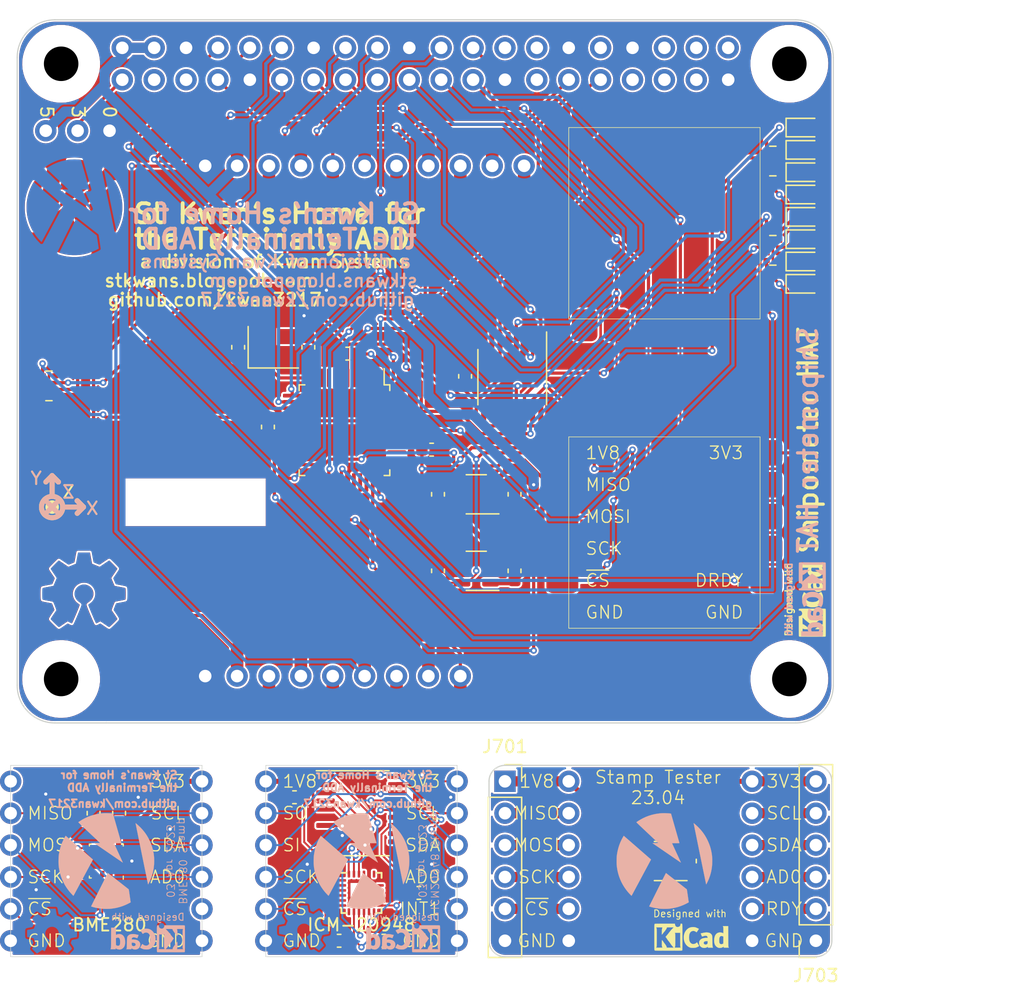
<source format=kicad_pcb>
(kicad_pcb (version 20241229) (generator "pcbnew") (generator_version "9.0")
  (title_block (date "2022-10-07"))
  (layers (0 "F.Cu" jumper) (2 "B.Cu" signal) (13 "F.Paste" user) (15 "B.Paste" user) (5 "F.SilkS" user "F.Silkscreen") (7 "B.SilkS" user "B.Silkscreen") (1 "F.Mask" user) (3 "B.Mask" user) (25 "Edge.Cuts" user))
  (net 0 "")
  (net 1 "+1V8")
  (net 2 "/LPC_~{BOOTSTRAP}")
  (net 3 "3V3")
  (net 9 "/MOSI_3V3")
  (net 10 "/MISO_3V3")
  (net 14 "/SCK_3V3")
  (net 20 "+3V3")
  (net 32 "+3.3VP")
  (net 33 "/GPS_~{RESET}")
  (net 34 "/DRDY-")
  (net 35 "/~{DRDY}_MAG_ECHO")
  (net 40 "GND")
  (net 41 "+5V")
  (net 42 "/~{DRDY}_6D_ECHO")
  (net 44 "/~{CE0}")
  (net 46 "/GPS_TX")
  (net 47 "/GPS_RX")
  (net 49 "/DRDY_6D")
  (net 51 "/PPS")
  (net 52 "/LPC_TX")
  (net 53 "/LPC_RX")
  (net 54 "/Timer/XTAL2")
  (net 55 "/Timer/XTAL1")
  (net 56 "/~{CS}_6D")
  (net 57 "/DRDY_MAG")
  (net 58 "/LPC_~{RESET}")
  (net 61 "/Stamp Tester/Q_3V3")
  (net 62 "/Stamp Tester/Q_GND")
  (net 63 "/Timer/SCL0")
  (net 64 "/Stamp Tester/Q_1V8")
  (net 65 "/Stamp Tester/Q_MISO")
  (net 66 "/Timer/SDA0")
  (net 67 "/~{CS}_6D+")
  (net 68 "/Timer/CAP1.3")
  (net 69 "/Stamp Tester/Q_MOSI")
  (net 70 "/Stamp Tester/Q_SCK")
  (net 71 "/Stamp Tester/Q_~{CS}")
  (net 72 "/Stamp Tester/Q_DRDY")
  (net 73 "/Stamp Tester/Q_AD0")
  (net 74 "/~{CS}_PRES")
  (net 75 "/Stamp Tester/Q_SDA")
  (net 76 "/Stamp Tester/Q_SCL")
  (net 80 "/CS_A1")
  (net 81 "/CS_A0")
  (net 88 "/~{CS}_PRES+")
  (net 89 "/~{CS}_LPC+")
  (net 90 "/~{CS}_LPC")
  (net 91 "/~{PPS}_ECHO")
  (net 92 "/PPS-")
  (net 93 "/DRDY_MAG-")
  (net 94 "/LPC_RESET-")
  (net 95 "/BOOTSTRAP-")
  (net 97 "/Pressure/MISO")
  (net 98 "/Pressure/MOSI")
  (net 99 "/Pressure/SCK")
  (net 100 "/Pressure/~{CS}")
  (net 102 "Net-(U301-REGOUT)")
  (net 108 "/IMU/MISO_3V3")
  (net 109 "/IMU/MOSI_3V3")
  (net 110 "/IMU/SCK_3V3")
  (net 111 "/IMU/~{CS}_3V3")
  (net 112 "/IMU/INT1_3V3")
  (net 120 "/IMU/MISO_1V8")
  (net 122 "/IMU/INT1_1V8")
  (net 129 "/IMU/~{CS}_1V8")
  (net 130 "/IMU/SCK_1V8")
  (net 131 "/IMU/MOSI_1V8")
  (net 135 "/Pressure/Q_3V3")
  (net 136 "/Pressure/Q_GND")
  (net 137 "/IMU/Q_1V8")
  (net 138 "/IMU/Q_GND")
  (net 139 "/IMU/Q_3V3")
  (footprint "Capacitor_SMD:C_0603_1608Metric" (layer "F.Cu") (at 171.621 73.887 180)
    (property "Reference" "C605" (hide yes))
    (property "Value" "1uF" (hide yes))
  )
  (footprint "KwanSystems:Axis" (layer "F.Cu") (at 148.082 86.106)
    (property "Reference" "G101" (hide yes))
    (property "Value" "Axis" (hide yes))
  )
  (footprint "Connector_PinHeader_2.54mm:PinHeader_1x06_P2.54mm_Vertical" (layer "F.Cu") (at 203.835 120.65 180)
    (property "Reference" "J704" (hide yes))
    (property "Value" "Conn_01x06_Pin" (hide yes))
  )
  (footprint "Capacitor_SMD:C_0603_1608Metric" (layer "F.Cu") (at 180.975 75.692 90)
    (property "Reference" "C116" (hide yes))
    (property "Value" "1uF" (hide yes))
  )
  (footprint "KwanSystems:Symbol_KiCAD-Logo_CopperAndSilkScreenTop_small" (layer "F.Cu") (at 208.534 93.472 90)
    (property "Reference" "G103" (hide yes))
    (property "Value" "Designed with")
  )
  (footprint "KwanSystems:OSHW-Symbol_6.7x6mm_SolderMask" (layer "F.Cu") (at 150.622 92.71)
    (property "Reference" "G104" (hide yes))
    (property "Value" "OSHW" (hide yes))
  )
  (footprint "Capacitor_SMD:C_0603_1608Metric" (layer "F.Cu") (at 178.816 85.09 90)
    (property "Reference" "C405" (hide yes))
    (property "Value" "1uF" (hide yes))
  )
  (footprint "Capacitor_SMD:C_0603_1608Metric" (layer "F.Cu") (at 165.271 79.729 -90)
    (property "Reference" "C617" (hide yes))
    (property "Value" "1uF" (hide yes))
  )
  (footprint "Capacitor_SMD:C_0603_1608Metric" (layer "F.Cu") (at 199.898 114.3 90)
    (property "Reference" "C801" (hide yes))
    (property "Value" "1uF" (hide yes))
  )
  (footprint "KwanSystems:PiHAT_NoSlot_Narrow" (layer "F.Cu") (at 152.4 50.8)
    (property "Reference" "J101" (hide yes))
    (property "Value" "Raspberry_Pi_40" (hide yes))
    (fp_line (start -4.1 -3.5) (end 54.9 -3.5) (stroke (width 0.1)) (layer "Edge.Cuts"))
    (fp_arc (start -7.1 -0.5) (mid -6.22132 -2.62132) (end -4.1 -3.5) (stroke (width 0.1)) (layer "Edge.Cuts"))
    (fp_arc (start -4.1 52.5) (mid -6.22132 51.62132) (end -7.1 49.5) (stroke (width 0.1)) (layer "Edge.Cuts"))
    (fp_arc (start 54.9 -3.5) (mid 57.02132 -2.62132) (end 57.9 -0.5) (stroke (width 0.1)) (layer "Edge.Cuts"))
    (fp_arc (start 57.9 49.5) (mid 57.02132 51.62132) (end 54.9 52.5) (stroke (width 0.1)) (layer "Edge.Cuts"))
  )
  (footprint "LED_SMD:LED_0603_1608Metric" (layer "F.Cu") (at 208.026 62.992)
    (property "Reference" "D106" (hide yes))
    (property "Value" "Blue")
  )
  (footprint "LED_SMD:LED_0603_1608Metric" (layer "F.Cu") (at 208.026 66.548)
    (property "Reference" "D130" (hide yes))
    (property "Value" "Green")
  )
  (footprint "Package_QFP:LQFP-48_7x7mm_P0.5mm" (layer "F.Cu") (at 171.367 79.983 -90)
    (property "Reference" "U601" (hide yes))
    (property "Value" "LPC210x" (hide yes))
  )
  (footprint "KwanSystems:StampPad" (layer "F.Cu") (at 196.85 63.5 90)
    (property "Reference" "J105" (hide yes))
    (property "Value" "BME280" (hide yes))
  )
  (footprint "Capacitor_SMD:C_0603_1608Metric" (layer "F.Cu") (at 167.386 109.22 180)
    (property "Reference" "C302" (hide yes))
    (property "Value" "100nF" (hide yes))
  )
  (footprint "Package_SO:TSSOP-20_4.4x6.5mm_P0.65mm" (layer "F.Cu") (at 172.72 110.49)
    (property "Reference" "U302" (hide yes))
    (property "Value" "TXS0108EPW" (hide yes))
  )
  (footprint "Capacitor_SMD:C_0603_1608Metric" (layer "F.Cu") (at 170.942 120.65 180)
    (property "Reference" "C308" (hide yes))
    (property "Value" "100nF" (hide yes))
  )
  (footprint "Connector_PinSocket_2.54mm:PinSocket_1x06_P2.54mm_Vertical" (layer "F.Cu") (at 208.915 120.65 180)
    (property "Reference" "J703")
    (property "Value" "Conn_01x06_Pin")
  )
  (footprint "Capacitor_SMD:C_0603_1608Metric" (layer "F.Cu") (at 151.384 110.49 90)
    (property "Reference" "C206" (hide yes))
    (property "Value" "1uF" (hide yes))
  )
  (footprint "Capacitor_SMD:C_0603_1608Metric" (layer "F.Cu") (at 184.912 85.09 90)
    (property "Reference" "C401" (hide yes))
    (property "Value" "1uF" (hide yes))
  )
  (footprint "LED_SMD:LED_0603_1608Metric" (layer "F.Cu") (at 208.026 64.77)
    (property "Reference" "D144" (hide yes))
    (property "Value" "Yellow")
  )
  (footprint "KwanSystems:StampPad" (layer "F.Cu") (at 196.85 88.138)
    (property "Reference" "J104" (hide yes))
    (property "Value" "ICM20948" (hide yes))
  )
  (footprint "KwanSystems:OSHW-Symbol_4x3.6mm_SolderMask" (layer "F.Cu") (at 193.167 119.634)
    (property "Reference" "G703" (hide yes))
    (property "Value" "OSHW" (hide yes))
  )
  (footprint "Connector_PinHeader_2.54mm:PinHeader_1x03_P2.54mm_Horizontal" (layer "F.Cu") (at 152.654 56.134 -90)
    (property "Reference" "J102" (hide yes))
    (property "Value" "Conn_01x03" (hide yes))
  )
  (footprint "Capacitor_SMD:C_0603_1608Metric" (layer "F.Cu") (at 193.802 114.3 90)
    (property "Reference" "C805" (hide yes))
    (property "Value" "1uF" (hide yes))
  )
  (footprint "Connector_PinHeader_2.54mm:PinHeader_1x06_P2.54mm_Vertical" (layer "F.Cu") (at 189.23 107.95)
    (property "Reference" "J702" (hide yes))
    (property "Value" "Conn_01x06_Pin" (hide yes))
  )
  (footprint "Capacitor_SMD:C_0603_1608Metric" (layer "F.Cu") (at 174.498 120.65)
    (property "Reference" "C310" (hide yes))
    (property "Value" "100nF" (hide yes))
  )
  (footprint "Connector_PinSocket_2.54mm:PinSocket_1x06_P2.54mm_Vertical" (layer "F.Cu") (at 184.15 107.95)
    (property "Reference" "J701")
    (property "Value" "Conn_01x06_Pin")
  )
  (footprint "LED_SMD:LED_0603_1608Metric" (layer "F.Cu") (at 208.026 59.436)
    (property "Reference" "D104" (hide yes))
    (property "Value" "White")
  )
  (footprint "Capacitor_SMD:C_0603_1608Metric" (layer "F.Cu") (at 178.816 91.186 90)
    (property "Reference" "C505" (hide yes))
    (property "Value" "1uF" (hide yes))
  )
  (footprint "Capacitor_SMD:C_0603_1608Metric" (layer "F.Cu") (at 184.912 91.186 90)
    (property "Reference" "C501" (hide yes))
    (property "Value" "1uF" (hide yes))
  )
  (footprint "Capacitor_SMD:C_0603_1608Metric" (layer "F.Cu") (at 178.308 81.534)
    (property "Reference" "C640" (hide yes))
    (property "Value" "1uF" (hide yes))
  )
  (footprint "KwanSystems:R_Array_Convex_4x0402" (layer "F.Cu") (at 205.486 65.659)
    (property "Reference" "R102" (hide yes))
    (property "Value" "330")
  )
  (footprint "Capacitor_SMD:C_0603_1608Metric" (layer "F.Cu") (at 177.292 116.84)
    (property "Reference" "C313" (hide yes))
    (property "Value" "100nF" (hide yes))
  )
  (footprint "Capacitor_SMD:C_0603_1608Metric" (layer "F.Cu") (at 168.489 73.379 90)
    (property "Reference" "C611" (hide yes))
    (property "Value" "22pF" (hide yes))
  )
  (footprint "LED_SMD:LED_0603_1608Metric" (layer "F.Cu") (at 208.026 55.88)
    (property "Reference" "D101" (hide yes))
    (property "Value" "White")
  )
  (footprint "LED_SMD:LED_0603_1608Metric" (layer "F.Cu") (at 208.026 61.214)
    (property "Reference" "D141" (hide yes))
    (property "Value" "Yellow")
  )
  (footprint "Package_SO:TSSOP-16_4.4x5mm_P0.65mm" (layer "F.Cu") (at 184.729 75.7605 -90)
    (property "Reference" "U102" (hide yes))
    (property "Value" "74LS138" (hide yes))
  )
  (footprint "Sensor_Motion:InvenSense_QFN-24_3x3mm_P0.4mm" (layer "F.Cu") (at 172.72 116.84)
    (property "Reference" "U301" (hide yes))
    (property "Value" "ICM-20948")
  )
  (footprint "Package_TO_SOT_SMD:SOT-23-5" (layer "F.Cu") (at 181.864 85.09 180)
    (property "Reference" "U401" (hide yes))
    (property "Value" "TCR2EF 3.3V" (hide yes))
  )
  (footprint "SparkfunBreakout:ZED-F9R" (layer "F.Cu") (at 146.304 100.838 90)
    (property "Reference" "J106" (hide yes))
    (property "Value" "ZED-F9R")
  )
  (footprint "KwanSystems:R_Array_Convex_4x0402" (layer "F.Cu") (at 147.828 76.454)
    (property "Reference" "R103" (hide yes))
    (property "Value" "10k")
  )
  (footprint "Crystal:Crystal_SMD_Abracon_ABM8G-4Pin_3.2x2.5mm" (layer "F.Cu") (at 165.695 73.379)
    (property "Reference" "Y601" (hide yes))
    (property "Value" "12MHz" (hide yes))
  )
  (footprint "Capacitor_SMD:C_0603_1608Metric" (layer "F.Cu") (at 178.054 109.22)
    (property "Reference" "C319" (hide yes))
    (property "Value" "100nF" (hide yes))
  )
  (footprint "KwanSystems:Stamp" (layer "F.Cu") (at 172.72 114.3)
    (property "Reference" "J301" (hide yes))
    (property "Value" "~")
    (fp_line (start -7.62 -7.62) (end -7.62 7.62) (stroke (width 0.05)) (layer "Edge.Cuts"))
    (fp_line (start -7.62 7.62) (end 7.62 7.62) (stroke (width 0.05)) (layer "Edge.Cuts"))
    (fp_line (start 7.62 -7.62) (end -7.62 -7.62) (stroke (width 0.05)) (layer "Edge.Cuts"))
    (fp_line (start 7.62 7.62) (end 7.62 -7.62) (stroke (width 0.05)) (layer "Edge.Cuts"))
  )
  (footprint "Capacitor_SMD:C_0603_1608Metric" (layer "F.Cu") (at 162.901 73.379 -90)
    (property "Reference" "C612" (hide yes))
    (property "Value" "22pF" (hide yes))
  )
  (footprint "Capacitor_SMD:C_0603_1608Metric" (layer "F.Cu") (at 153.416 110.49 90)
    (property "Reference" "C208" (hide yes))
    (property "Value" "1uF" (hide yes))
  )
  (footprint "Package_TO_SOT_SMD:SOT-23-5" (layer "F.Cu") (at 196.85 114.3 180)
    (property "Reference" "U801" (hide yes))
    (property "Value" "TCR2EF 1.8V" (hide yes))
  )
  (footprint "LED_SMD:LED_0603_1608Metric" (layer "F.Cu") (at 208.026 68.326)
    (property "Reference" "D129" (hide yes))
    (property "Value" "Red")
  )
  (footprint "KwanSystems:Stamp" (layer "F.Cu") (at 152.4 114.3)
    (property "Reference" "J201" (hide yes))
    (property "Value" "~")
    (fp_line (start -7.62 -7.62) (end -7.62 7.62) (stroke (width 0.05)) (layer "Edge.Cuts"))
    (fp_line (start -7.62 7.62) (end 7.62 7.62) (stroke (width 0.05)) (layer "Edge.Cuts"))
    (fp_line (start 7.62 -7.62) (end -7.62 -7.62) (stroke (width 0.05)) (layer "Edge.Cuts"))
    (fp_line (start 7.62 7.62) (end 7.62 -7.62) (stroke (width 0.05)) (layer "Edge.Cuts"))
  )
  (footprint "KwanSystems:StKwansSoldermask" (layer "F.Cu") (at 149.86 62.23)
    (property "Reference" "G102" (hide yes))
    (property "Value" "KwanSystems" (hide yes))
  )
  (footprint "LED_SMD:LED_0603_1608Metric" (layer "F.Cu") (at 208.026 57.658)
    (property "Reference" "D103" (hide yes))
    (property "Value" "White")
  )
  (footprint "KwanSystems:R_Array_Convex_4x0402" (layer "F.Cu") (at 205.486 58.547)
    (property "Reference" "R101" (hide yes))
    (property "Value" "330")
  )
  (footprint "KwanSystems:Symbol_KiCAD-Logo_CopperAndSilkScreenTop_small" (layer "F.Cu") (at 199.009 120.269)
    (property "Reference" "G702" (hide yes))
    (property "Value" "Designed with")
  )
  (footprint "Package_LGA:Bosch_LGA-8_2.5x2.5mm_P0.65mm_ClockwisePinNumbering" (layer "F.Cu") (at 152.4 114.3 180)
    (property "Reference" "U201" (hide yes))
    (property "Value" "BME280")
  )
  (footprint "Package_TO_SOT_SMD:SOT-23-5" (layer "F.Cu") (at 181.864 91.186 180)
    (property "Reference" "U501" (hide yes))
    (property "Value" "TCR2EF 1.8V" (hide yes))
  )
  (footprint "KwanSystems:OSHW-Symbol_4x3.6mm_SolderMask" (layer "B.Cu") (at 168.148 119.634 180)
    (property "Reference" "G303" (hide yes))
    (property "Value" "OSHW" (hide yes))
  )
  (footprint "KwanSystems:StKwansSoldermask" (layer "B.Cu") (at 149.86 62.23 180)
    (property "Reference" "G105" (hide yes))
    (property "Value" "KwanSystems" (hide yes))
  )
  (footprint "KwanSystems:KWAN_CIRCLE" (layer "B.Cu") (at 172.72 114.3 180)
    (property "Reference" "G301" (hide yes))
    (property "Value" "github.com/kwan3217")
  )
  (footprint "KwanSystems:OSHW-Symbol_4x3.6mm_SolderMask" (layer "B.Cu") (at 148.082 119.888 180)
    (property "Reference" "G203" (hide yes))
    (property "Value" "OSHW" (hide yes))
  )
  (footprint "KwanSystems:Symbol_KiCAD-Logo_CopperAndSilkScreenTop_small" (layer "B.Cu") (at 155.702 120.396 180)
    (property "Reference" "G202" (hide yes))
    (property "Value" "Designed with")
  )
  (footprint "KwanSystems:KWAN_CIRCLE" (layer "B.Cu") (at 196.85 114.3 180)
    (property "Reference" "G701" (hide yes))
    (property "Value" "github.com/kwan3217" (hide yes))
  )
  (footprint "KwanSystems:Symbol_KiCAD-Logo_CopperAndSilkScreenTop_small" (layer "B.Cu") (at 208.534 93.472 -90)
    (property "Reference" "G107" (hide yes))
    (property "Value" "Designed with")
  )
  (footprint "KwanSystems:KWAN_CIRCLE" (layer "B.Cu") (at 152.4 114.3 180)
    (property "Reference" "G201" (hide yes))
    (property "Value" "github.com/kwan3217")
  )
  (footprint "KwanSystems:OSHW-Symbol_6.7x6mm_SolderMask" (layer "B.Cu") (at 150.622 92.71 180)
    (property "Reference" "G106" (hide yes))
    (property "Value" "OSHW" (hide yes))
  )
  (footprint "KwanSystems:Symbol_KiCAD-Logo_CopperAndSilkScreenTop_small" (layer "B.Cu") (at 176.022 120.396 180)
    (property "Reference" "G302" (hide yes))
    (property "Value" "Designed with")
  )
  (gr_circle (center 150.114 114.3) (end 150.368 114.3) (stroke (width 0.15)) (fill yes) (layer "F.SilkS"))
  (gr_line (start 184.15 121.92) (end 208.915 121.92) (stroke (width 0.1)) (layer "Edge.Cuts"))
  (gr_arc (start 208.915 106.68) (mid 209.813026 107.051974) (end 210.185 107.95) (stroke (width 0.1)) (layer "Edge.Cuts"))
  (gr_arc (start 210.185 120.65) (mid 209.813026 121.548026) (end 208.915 121.92) (stroke (width 0.1)) (layer "Edge.Cuts"))
  (gr_line (start 182.88 107.95) (end 182.88 120.65) (stroke (width 0.1)) (layer "Edge.Cuts"))
  (gr_line (start 148.3 103.3) (end 152.4 103.3) (stroke (width 0.1)) (layer "Edge.Cuts"))
  (gr_line (start 152.4 103.3) (end 207.3 103.3) (stroke (width 0.1)) (layer "Edge.Cuts"))
  (gr_line (start 208.915 106.68) (end 184.15 106.68) (stroke (width 0.1)) (layer "Edge.Cuts"))
  (gr_arc (start 184.15 121.92) (mid 183.251974 121.548026) (end 182.88 120.65) (stroke (width 0.1)) (layer "Edge.Cuts"))
  (gr_line (start 210.3 100.3) (end 210.3 50.3) (stroke (width 0.1)) (layer "Edge.Cuts"))
  (gr_arc (start 182.88 107.95) (mid 183.251974 107.051974) (end 184.15 106.68) (stroke (width 0.1)) (layer "Edge.Cuts"))
  (gr_line (start 145.3 50.3) (end 145.3 100.3) (stroke (width 0.1)) (layer "Edge.Cuts"))
  (gr_line (start 210.185 120.65) (end 210.185 107.95) (stroke (width 0.1)) (layer "Edge.Cuts"))
  (gr_text "~{CS}" (at 186.69 118.11 0) (layer "F.SilkS") (effects (font (size 1.016 1.016) (thickness 0.1016))))
  (gr_text "3V3" (at 206.375 107.95 0) (layer "F.SilkS") (effects (font (size 1.016 1.016) (thickness 0.1016))))
  (gr_text "GND" (at 186.69 120.65 0) (layer "F.SilkS") (effects (font (size 1.016 1.016) (thickness 0.1016))))
  (gr_text "MISO" (at 186.69 110.49 0) (layer "F.SilkS") (effects (font (size 1.016 1.016) (thickness 0.1016))))
  (gr_text "GND" (at 206.375 120.65 0) (layer "F.SilkS") (effects (font (size 1.016 1.016) (thickness 0.1016))))
  (gr_text "Shipometer HAT" (at 208.302465 80.794856 90) (layer "F.SilkS") (effects (font (size 1.524 1.524) (thickness 0.254))))
  (gr_text "Stamp Tester\n23.04" (at 196.342 109.855 0) (layer "F.SilkS") (effects (font (size 1.016 1.016) (thickness 0.1016)) (justify bottom)))
  (gr_text "1V8" (at 186.69 107.95 0) (layer "F.SilkS") (effects (font (size 1.016 1.016) (thickness 0.1016))))
  (gr_text "SCK" (at 186.69 115.57 0) (layer "F.SilkS") (effects (font (size 1.016 1.016) (thickness 0.1016))))
  (gr_text "MOSI" (at 186.69 113.03 0) (layer "F.SilkS") (effects (font (size 1.016 1.016) (thickness 0.1016))))
  (gr_text "RDY" (at 206.375 118.11 0) (layer "F.SilkS") (effects (font (size 1.016 1.016) (thickness 0.1016))))
  (gr_text "SCL" (at 206.375 110.49 0) (layer "F.SilkS") (effects (font (size 1.016 1.016) (thickness 0.1016))))
  (gr_text "AD0" (at 206.375 115.57 0) (layer "F.SilkS") (effects (font (size 1.016 1.016) (thickness 0.1016))))
  (gr_text "SDA" (at 206.375 113.03 0) (layer "F.SilkS") (effects (font (size 1.016 1.016) (thickness 0.1016))))
  (gr_text "ICM20948 Stamp\n03 Apr 2023" (at 178.054 114.3 270) (layer "B.SilkS") (effects (font (size 0.6096 0.6096) (thickness 0.06096)) (justify mirror)))
  (gr_text "BME280 Stamp\n03 Apr 2023" (at 157.988 114.3 270) (layer "B.SilkS") (effects (font (size 0.6096 0.6096) (thickness 0.06096)) (justify mirror)))
  (gr_text "Shipometer HAT" (at 208.28 80.772 90) (layer "B.SilkS") (effects (font (size 1.524 1.524) (thickness 0.254)) (justify mirror)))
  (segment (start 181.168 92.136) (end 181.864 91.44) (width 0.1524) (layer "F.Cu") (net 1))
  (segment (start 181.864 91.44) (end 181.864 91.186) (width 0.1524) (layer "F.Cu") (net 1))
  (segment (start 178.991 92.136) (end 178.816 91.961) (width 0.1524) (layer "F.Cu") (net 1))
  (segment (start 172.117 75.8205) (end 172.117 74.166) (width 0.254) (layer "F.Cu") (net 1))
  (segment (start 180.7265 92.136) (end 181.168 92.136) (width 0.1524) (layer "F.Cu") (net 1))
  (segment (start 180.7265 92.136) (end 178.991 92.136) (width 0.1524) (layer "F.Cu") (net 1))
  (segment (start 173.482 73.914) (end 172.423 73.914) (width 0.254) (layer "F.Cu") (net 1))
  (segment (start 182.372 81.788) (end 188.722 81.788) (width 0.254) (layer "F.Cu") (net 1))
  (segment (start 172.423 73.914) (end 172.396 73.887) (width 0.254) (layer "F.Cu") (net 1))
  (segment (start 172.117 74.166) (end 172.396 73.887) (width 0.254) (layer "F.Cu") (net 1))
  (segment (start 181.864 82.296) (end 182.372 81.788) (width 0.254) (layer "F.Cu") (net 1))
  (via (at 173.482 73.914) (size 0.508) (drill 0.254) (layers "F.Cu" "B.Cu") (net 1))
  (via (at 181.864 82.296) (size 0.508) (drill 0.254) (layers "F.Cu" "B.Cu") (net 1))
  (via (at 181.864 91.186) (size 0.508) (drill 0.254) (layers "F.Cu" "B.Cu") (net 1))
  (segment (start 181.864 82.296) (end 173.482 73.914) (width 0.254) (layer "B.Cu") (net 1))
  (segment (start 181.864 91.186) (end 181.864 82.296) (width 0.254) (layer "B.Cu") (net 1))
  (segment (start 203.962 65.532) (end 204.085 65.409) (width 0.254) (layer "F.Cu") (net 2))
  (segment (start 150.114 76.708) (end 150.0886 76.7334) (width 0.254) (layer "F.Cu") (net 2))
  (segment (start 204.085 65.409) (end 204.986 65.409) (width 0.254) (layer "F.Cu") (net 2))
  (segment (start 177.483 78.486) (end 177.483 76.137) (width 0.254) (layer "F.Cu") (net 2))
  (segment (start 176.545 79.233) (end 175.5295 79.233) (width 0.254) (layer "F.Cu") (net 2))
  (segment (start 148.3574 76.7334) (end 148.328 76.704) (width 0.254) (layer "F.Cu") (net 2))
  (segment (start 169.164 62.23) (end 169.164 56.134) (width 0.254) (layer "F.Cu") (net 2))
  (segment (start 177.483 76.137) (end 176.276 74.93) (width 0.254) (layer "F.Cu") (net 2))
  (segment (start 180.468211 78.486) (end 177.483 78.486) (width 0.254) (layer "F.Cu") (net 2))
  (segment (start 186.182 80.264) (end 182.246211 80.264) (width 0.254) (layer "F.Cu") (net 2))
  (segment (start 177.483 78.486) (end 177.292 78.486) (width 0.254) (layer "F.Cu") (net 2))
  (segment (start 177.292 78.486) (end 176.545 79.233) (width 0.254) (layer "F.Cu") (net 2))
  (segment (start 150.0886 76.7334) (end 148.3574 76.7334) (width 0.254) (layer "F.Cu") (net 2))
  (segment (start 150.114 73.914) (end 150.114 76.708) (width 0.254) (layer "F.Cu") (net 2))
  (segment (start 155.702 68.326) (end 150.114 73.914) (width 0.254) (layer "F.Cu") (net 2))
  (segment (start 174.244 67.31) (end 169.164 62.23) (width 0.254) (layer "F.Cu") (net 2))
  (segment (start 182.246211 80.264) (end 180.468211 78.486) (width 0.254) (layer "F.Cu") (net 2))
  (via (at 169.164 56.134) (size 0.508) (drill 0.254) (layers "F.Cu" "B.Cu") (net 2))
  (via (at 203.962 65.532) (size 0.508) (drill 0.254) (layers "F.Cu" "B.Cu") (net 2))
  (via (at 155.702 68.326) (size 0.508) (drill 0.254) (layers "F.Cu" "B.Cu") (net 2))
  (via (at 186.182 80.264) (size 0.508) (drill 0.254) (layers "F.Cu" "B.Cu") (net 2))
  (via (at 174.244 67.31) (size 0.508) (drill 0.254) (layers "F.Cu" "B.Cu") (net 2))
  (via (at 176.276 74.93) (size 0.508) (drill 0.254) (layers "F.Cu" "B.Cu") (net 2))
  (segment (start 203.962 65.532) (end 200.656171 68.837829) (width 0.254) (layer "B.Cu") (net 2))
  (segment (start 166.3446 78.2574) (end 167.6654 76.9366) (width 0.254) (layer "B.Cu") (net 2))
  (segment (start 174.8282 67.8942) (end 174.244 67.31) (width 0.254) (layer "B.Cu") (net 2))
  (segment (start 167.6654 76.9366) (end 167.6654 73.8886) (width 0.254) (layer "B.Cu") (net 2))
  (segment (start 176.276 74.93) (end 176.276 72.597868) (width 0.254) (layer "B.Cu") (net 2))
  (segment (start 186.182 79.509658) (end 186.182 80.264) (width 0.254) (layer "B.Cu") (net 2))
  (segment (start 176.276 72.597868) (end 174.8282 71.150068) (width 0.254) (layer "B.Cu") (net 2))
  (segment (start 196.853829 68.837829) (end 186.182 79.509658) (width 0.254) (layer "B.Cu") (net 2))
  (segment (start 172.72 52.578) (end 172.72 50.8) (width 0.254) (layer "B.Cu") (net 2))
  (segment (start 167.6654 73.8886) (end 174.244 67.31) (width 0.254) (layer "B.Cu") (net 2))
  (segment (start 169.164 56.134) (end 172.72 52.578) (width 0.254) (layer "B.Cu") (net 2))
  (segment (start 155.702 68.326) (end 165.6334 78.2574) (width 0.254) (layer "B.Cu") (net 2))
  (segment (start 172.72 50.8) (end 173.99 49.53) (width 0.254) (layer "B.Cu") (net 2))
  (segment (start 165.6334 78.2574) (end 166.3446 78.2574) (width 0.254) (layer "B.Cu") (net 2))
  (segment (start 174.8282 71.150068) (end 174.8282 67.8942) (width 0.254) (layer "B.Cu") (net 2))
  (segment (start 200.656171 68.837829) (end 196.853829 68.837829) (width 0.254) (layer "B.Cu") (net 2))
  (segment (start 162.814 97.282) (end 162.814 97.918) (width 0.254) (layer "F.Cu") (net 3))
  (segment (start 165.354 60.578) (end 165.354 60.96) (width 0.254) (layer "F.Cu") (net 3))
  (segment (start 158.496 94.742) (end 160.02 94.742) (width 0.254) (layer "F.Cu") (net 3))
  (segment (start 165.354 60.96) (end 151.384 74.93) (width 0.254) (layer "F.Cu") (net 3))
  (segment (start 160.02 94.742) (end 162.814 97.536) (width 0.254) (layer "F.Cu") (net 3))
  (segment (start 162.814 97.536) (end 162.814 97.918) (width 0.254) (layer "F.Cu") (net 3))
  (segment (start 151.384 74.93) (end 151.384 87.63) (width 0.254) (layer "F.Cu") (net 3))
  (segment (start 151.384 87.63) (end 158.496 94.742) (width 0.254) (layer "F.Cu") (net 3))
  (segment (start 188.722 86.868) (end 193.548 86.868) (width 0.1524) (layer "F.Cu") (net 9))
  (segment (start 170.187658 82.296) (end 172.72 82.296) (width 0.254) (layer "F.Cu") (net 9))
  (segment (start 187.1726 85.3186) (end 188.722 86.868) (width 0.254) (layer "F.Cu") (net 9))
  (segment (start 184.0738 82.3722) (end 185.7248 82.3722) (width 0.254) (layer "F.Cu") (net 9))
  (segment (start 195.58 67.31) (end 193.04 64.77) (width 0.254) (layer "F.Cu") (net 9))
  (segment (start 167.2045 82.733) (end 169.750658 82.733) (width 0.254) (layer "F.Cu") (net 9))
  (segment (start 180.3654 82.8294) (end 183.6166 82.8294) (width 0.254) (layer "F.Cu") (net 9))
  (segment (start 180.0606 81.8134) (end 180.0606 82.5246) (width 0.254) (layer "F.Cu") (net 9))
  (segment (start 169.750658 82.733) (end 170.187658 82.296) (width 0.254) (layer "F.Cu") (net 9))
  (segment (start 180.0606 82.5246) (end 180.3654 82.8294) (width 0.254) (layer "F.Cu") (net 9))
  (segment (start 185.7248 82.3722) (end 187.1726 83.82) (width 0.254) (layer "F.Cu") (net 9))
  (segment (start 183.6166 82.8294) (end 184.0738 82.3722) (width 0.254) (layer "F.Cu") (net 9))
  (segment (start 195.58 71.628) (end 195.58 67.31) (width 0.254) (layer "F.Cu") (net 9))
  (segment (start 180.086 81.788) (end 180.0606 81.8134) (width 0.254) (layer "F.Cu") (net 9))
  (segment (start 195.58 84.836) (end 195.58 71.628) (width 0.1524) (layer "F.Cu") (net 9))
  (segment (start 193.548 86.868) (end 195.58 84.836) (width 0.1524) (layer "F.Cu") (net 9))
  (segment (start 187.1726 83.82) (end 187.1726 85.3186) (width 0.254) (layer "F.Cu") (net 9))
  (via (at 193.04 64.77) (size 0.508) (drill 0.254) (layers "F.Cu" "B.Cu") (net 9))
  (via (at 180.086 81.788) (size 0.508) (drill 0.254) (layers "F.Cu" "B.Cu") (net 9))
  (via (at 172.72 82.296) (size 0.508) (drill 0.254) (layers "F.Cu" "B.Cu") (net 9))
  (segment (start 172.72 82.296) (end 173.228 81.788) (width 0.254) (layer "B.Cu") (net 9))
  (segment (start 183.969213 55.626) (end 180.086 55.626) (width 0.254) (layer "B.Cu") (net 9))
  (segment (start 193.04 64.696787) (end 183.969213 55.626) (width 0.254) (layer "B.Cu") (net 9))
  (segment (start 173.228 81.788) (end 180.086 81.788) (width 0.254) (layer "B.Cu") (net 9))
  (segment (start 180.086 55.626) (end 176.53 52.07) (width 0.254) (layer "B.Cu") (net 9))
  (segment (start 177.038 68.834) (end 174.244 68.834) (width 0.254) (layer "F.Cu") (net 10))
  (segment (start 188.722 84.328) (end 192.024 84.328) (width 0.1524) (layer "F.Cu") (net 10))
  (segment (start 193.04 69.088) (end 193.04 71.628) (width 0.254) (layer "F.Cu") (net 10))
  (segment (start 166.1876 82.511203) (end 166.1876 83.1296) (width 0.254) (layer "F.Cu") (net 10))
  (segment (start 167.2045 82.233) (end 166.465803 82.233) (width 0.254) (layer "F.Cu") (net 10))
  (segment (start 193.04 67.31) (end 193.04 71.628) (width 0.254) (layer "F.Cu") (net 10))
  (segment (start 192.024 84.328) (end 193.04 83.312) (width 0.1524) (layer "F.Cu") (net 10))
  (segment (start 166.878 83.82) (end 167.386 83.82) (width 0.254) (layer "F.Cu") (net 10))
  (segment (start 193.04 67.31) (end 192.532 66.802) (width 0.254) (layer "F.Cu") (net 10))
  (segment (start 166.1876 83.1296) (end 166.878 83.82) (width 0.254) (layer "F.Cu") (net 10))
  (segment (start 193.04 83.312) (end 193.04 71.628) (width 0.1524) (layer "F.Cu") (net 10))
  (segment (start 166.465803 82.233) (end 166.1876 82.511203) (width 0.254) (layer "F.Cu") (net 10))
  (segment (start 174.244 68.834) (end 173.99 69.088) (width 0.254) (layer "F.Cu") (net 10))
  (via (at 193.04 69.088) (size 0.508) (drill 0.254) (layers "F.Cu" "B.Cu") (net 10))
  (via (at 173.99 69.088) (size 0.508) (drill 0.254) (layers "F.Cu" "B.Cu") (net 10))
  (via (at 167.386 83.82) (size 0.508) (drill 0.254) (layers "F.Cu" "B.Cu") (net 10))
  (via (at 177.038 68.834) (size 0.508) (drill 0.254) (layers "F.Cu" "B.Cu") (net 10))
  (via (at 192.532 66.802) (size 0.508) (drill 0.254) (layers "F.Cu" "B.Cu") (net 10))
  (segment (start 185.42 75.184) (end 186.944 75.184) (width 0.254) (layer "B.Cu") (net 10))
  (segment (start 169.7736 81.4324) (end 169.7736 73.312058) (width 0.254) (layer "B.Cu") (net 10))
  (segment (start 193.5734 63.9318) (end 193.3448 63.7032) (width 0.254) (layer "B.Cu") (net 10))
  (segment (start 172.723829 70.361829) (end 173.99 69.095658) (width 0.254) (layer "B.Cu") (net 10))
  (segment (start 193.5734 65.7606) (end 193.5734 63.9318) (width 0.254) (layer "B.Cu") (net 10))
  (segment (start 169.7736 73.312058) (end 172.723829 70.361829) (width 0.254) (layer "B.Cu") (net 10))
  (segment (start 184.1246 54.483) (end 181.483 54.483) (width 0.254) (layer "B.Cu") (net 10))
  (segment (start 192.532 66.802) (end 193.5734 65.7606) (width 0.254) (layer "B.Cu") (net 10))
  (segment (start 173.99 69.095658) (end 173.99 69.088) (width 0.254) (layer "B.Cu") (net 10))
  (segment (start 181.483 54.483) (end 179.07 52.07) (width 0.254) (layer "B.Cu") (net 10))
  (segment (start 167.386 83.82) (end 169.7736 81.4324) (width 0.254) (layer "B.Cu") (net 10))
  (segment (start 193.3448 63.7032) (end 184.1246 54.483) (width 0.254) (layer "B.Cu") (net 10))
  (segment (start 177.038 68.834) (end 179.07 68.834) (width 0.254) (layer "B.Cu") (net 10))
  (segment (start 179.07 68.834) (end 185.42 75.184) (width 0.254) (layer "B.Cu") (net 10))
  (segment (start 186.944 75.184) (end 193.04 69.088) (width 0.254) (layer "B.Cu") (net 10))
  (segment (start 188.722 89.408) (end 194.564 89.408) (width 0.1524) (layer "F.Cu") (net 14))
  (segment (start 186.436 89.662) (end 186.436 97.536) (width 0.254) (layer "F.Cu") (net 14))
  (segment (start 165.862 85.344) (end 165.7812 85.2632) (width 0.254) (layer "F.Cu") (net 14))
  (segment (start 194.564 89.408) (end 198.12 85.852) (width 0.1524) (layer "F.Cu") (net 14))
  (segment (start 166.171 81.733) (end 167.2045 81.733) (width 0.254) (layer "F.Cu") (net 14))
  (segment (start 198.12 67.31) (end 198.12 69.596) (width 0.254) (layer "F.Cu") (net 14))
  (segment (start 165.7812 82.1228) (end 166.171 81.733) (width 0.254) (layer "F.Cu") (net 14))
  (segment (start 198.12 63.246) (end 198.12 67.31) (width 0.254) (layer "F.Cu") (net 14))
  (segment (start 198.12 85.852) (end 198.12 71.628) (width 0.1524) (layer "F.Cu") (net 14))
  (segment (start 198.12 69.596) (end 198.12 71.628) (width 0.254) (layer "F.Cu") (net 14))
  (segment (start 165.7812 85.2632) (end 165.7812 82.1228) (width 0.254) (layer "F.Cu") (net 14))
  (segment (start 188.722 89.408) (end 186.69 89.408) (width 0.254) (layer "F.Cu") (net 14))
  (segment (start 186.69 89.408) (end 186.436 89.662) (width 0.254) (layer "F.Cu") (net 14))
  (via (at 186.436 97.536) (size 0.508) (drill 0.254) (layers "F.Cu" "B.Cu") (net 14))
  (via (at 198.12 63.246) (size 0.508) (drill 0.254) (layers "F.Cu" "B.Cu") (net 14))
  (via (at 165.862 85.344) (size 0.508) (drill 0.254) (layers "F.Cu" "B.Cu") (net 14))
  (segment (start 186.436 97.536) (end 178.054 97.536) (width 0.254) (layer "B.Cu") (net 14))
  (segment (start 183.007 53.467) (end 181.61 52.07) (width 0.254) (layer "B.Cu") (net 14))
  (segment (start 198.12 63.246) (end 188.341 53.467) (width 0.254) (layer "B.Cu") (net 14))
  (segment (start 178.054 97.536) (end 165.862 85.344) (width 0.254) (layer "B.Cu") (net 14))
  (segment (start 188.341 53.467) (end 183.007 53.467) (width 0.254) (layer "B.Cu") (net 14))
  (segment (start 152.36 78.954) (end 152.146 78.74) (width 0.254) (layer "F.Cu") (net 20))
  (segment (start 181.5084 81.3816) (end 180.881368 82.008632) (width 0.254) (layer "F.Cu") (net 20))
  (segment (start 178.991 86.04) (end 178.816 85.865) (width 0.254) (layer "F.Cu") (net 20))
  (segment (start 181.864 79.307053) (end 181.864 77.724) (width 0.254) (layer "F.Cu") (net 20))
  (segment (start 183.754 74.93) (end 183.754 72.898) (width 0.254) (layer "F.Cu") (net 20))
  (segment (start 187.004 79.502) (end 186.8661 79.6399) (width 0.254) (layer "F.Cu") (net 20))
  (segment (start 208.8135 80.2385) (end 207.264 81.788) (width 0.254) (layer "F.Cu") (net 20))
  (segment (start 183.0015 89.2755) (end 183.0015 90.236) (width 0.4064) (layer "F.Cu") (net 20))
  (segment (start 178.816 85.865) (end 177.533 84.582) (width 0.254) (layer "F.Cu") (net 20))
  (segment (start 183.754 75.834) (end 183.754 74.93) (width 0.254) (layer "F.Cu") (net 20))
  (segment (start 208.8135 61.214) (end 208.8135 62.992) (width 0.254) (layer "F.Cu") (net 20))
  (segment (start 186.944 80.264) (end 187.004 80.204) (width 0.254) (layer "F.Cu") (net 20))
  (segment (start 174.498 80.940197) (end 174.790803 81.233) (width 0.254) (layer "F.Cu") (net 20))
  (segment (start 183.0015 92.136) (end 184.737 92.136) (width 0.4064) (layer "F.Cu") (net 20))
  (segment (start 175.5295 80.233) (end 174.498 80.233) (width 0.254) (layer "F.Cu") (net 20))
  (segment (start 208.8135 66.548) (end 208.8135 68.326) (width 0.254) (layer "F.Cu") (net 20))
  (segment (start 167.2045 79.233) (end 165.55 79.233) (width 0.254) (layer "F.Cu") (net 20))
  (segment (start 182.196847 79.6399) (end 181.864 79.307053) (width 0.254) (layer "F.Cu") (net 20))
  (segment (start 208.8135 59.436) (end 208.8135 61.214) (width 0.254) (layer "F.Cu") (net 20))
  (segment (start 172.617 79.13) (end 173.72 80.233) (width 0.254) (layer "F.Cu") (net 20))
  (segment (start 185.7426 89.7306) (end 185.7426 91.1304) (width 0.4064) (layer "F.Cu") (net 20))
  (segment (start 185.7426 91.1304) (end 184.912 91.961) (width 0.4064) (layer "F.Cu") (net 20))
  (segment (start 167.2045 79.233) (end 172.514 79.233) (width 0.254) (layer "F.Cu") (net 20))
  (segment (start 181.864 77.724) (end 180.975 76.835) (width 0.254) (layer "F.Cu") (net 20))
  (segment (start 208.8135 57.658) (end 208.8135 59.436) (width 0.254) (layer "F.Cu") (net 20))
  (segment (start 147.328 75.654) (end 147.328 76.204) (width 0.254) (layer "F.Cu") (net 20))
  (segment (start 180.7265 86.04) (end 180.7265 87.0005) (width 0.4064) (layer "F.Cu") (net 20))
  (segment (start 184.737 92.136) (end 184.912 91.961) (width 0.4064) (layer "F.Cu") (net 20))
  (segment (start 173.72 80.233) (end 174.498 80.233) (width 0.254) (layer "F.Cu") (net 20))
  (segment (start 185.2875 89.2755) (end 185.7426 89.7306) (width 0.4064) (layer "F.Cu") (net 20))
  (segment (start 180.7265 86.04) (end 178.991 86.04) (width 0.254) (layer "F.Cu") (net 20))
  (segment (start 183.754 67.96) (end 190.5 61.214) (width 0.254) (layer "F.Cu") (net 20))
  (segment (start 186.8661 79.6399) (end 182.196847 79.6399) (width 0.254) (layer "F.Cu") (net 20))
  (segment (start 177.232 81.233) (end 177.533 81.534) (width 0.254) (layer "F.Cu") (net 20))
  (segment (start 165.55 79.233) (end 165.271 78.954) (width 0.254) (layer "F.Cu") (net 20))
  (segment (start 181.864 77.724) (end 183.754 75.834) (width 0.254) (layer "F.Cu") (net 20))
  (segment (start 172.617 77.724) (end 172.617 75.8205) (width 0.254) (layer "F.Cu") (net 20))
  (segment (start 208.8135 62.992) (end 208.8135 64.77) (width 0.254) (layer "F.Cu") (net 20))
  (segment (start 174.790803 81.233) (end 175.5295 81.233) (width 0.254) (layer "F.Cu") (net 20))
  (segment (start 187.004 80.204) (end 187.004 78.623) (width 0.254) (layer "F.Cu") (net 20))
  (segment (start 177.533 83.058) (end 177.533 81.534) (width 0.254) (layer "F.Cu") (net 20))
  (segment (start 183.0015 89.2755) (end 185.2875 89.2755) (width 0.4064) (layer "F.Cu") (net 20))
  (segment (start 180.975 76.835) (end 180.975 76.467) (width 0.254) (layer "F.Cu") (net 20))
  (segment (start 180.7265 87.0005) (end 183.0015 89.2755) (width 0.4064) (layer "F.Cu") (net 20))
  (segment (start 180.881368 82.008632) (end 180.594 82.296) (width 0.254) (layer "F.Cu") (net 20))
  (segment (start 183.754 72.898) (end 183.754 67.96) (width 0.254) (layer "F.Cu") (net 20))
  (segment (start 175.5295 81.233) (end 177.232 81.233) (width 0.254) (layer "F.Cu") (net 20))
  (segment (start 147.32 75.646) (end 147.328 75.654) (width 0.254) (layer "F.Cu") (net 20))
  (segment (start 190.5 61.214) (end 190.5 55.372) (width 0.254) (layer "F.Cu") (net 20))
  (segment (start 185.8264 81.3816) (end 181.5084 81.3816) (width 0.254) (layer "F.Cu") (net 20))
  (segment (start 177.533 84.582) (end 177.533 83.058) (width 0.254) (layer "F.Cu") (net 20))
  (segment (start 172.514 79.233) (end 172.617 79.13) (width 0.254) (layer "F.Cu") (net 20))
  (segment (start 190.5 55.372) (end 192.0494 53.8226) (width 0.254) (layer "F.Cu") (net 20))
  (segment (start 186.944 80.264) (end 185.8264 81.3816) (width 0.254) (layer "F.Cu") (net 20))
  (segment (start 208.8135 55.88) (end 208.8135 57.658) (width 0.254) (layer "F.Cu") (net 20))
  (segment (start 187.004 78.623) (end 187.004 79.502) (width 0.254) (layer "F.Cu") (net 20))
  (segment (start 147.32 74.676) (end 147.32 75.646) (width 0.254) (layer "F.Cu") (net 20))
  (segment (start 208.8135 64.77) (end 208.8135 66.548) (width 0.254) (layer "F.Cu") (net 20))
  (segment (start 208.8135 68.326) (end 208.8135 80.2385) (width 0.254) (layer "F.Cu") (net 20))
  (segment (start 172.617 77.724) (end 172.617 79.13) (width 0.254) (layer "F.Cu") (net 20))
  (segment (start 174.498 80.233) (end 174.498 80.940197) (width 0.254) (layer "F.Cu") (net 20))
  (segment (start 207.264 81.788) (end 204.978 81.788) (width 0.254) (layer "F.Cu") (net 20))
  (segment (start 192.0494 53.8226) (end 205.4606 53.8226) (width 0.254) (layer "F.Cu") (net 20))
  (segment (start 206.248 54.61) (end 207.5435 54.61) (width 0.254) (layer "F.Cu") (net 20))
  (segment (start 207.5435 54.61) (end 208.8135 55.88) (width 0.254) (layer "F.Cu") (net 20))
  (segment (start 165.271 78.954) (end 152.36 78.954) (width 0.254) (layer "F.Cu") (net 20))
  (segment (start 205.4606 53.8226) (end 206.248 54.61) (width 0.254) (layer "F.Cu") (net 20))
  (via (at 152.146 78.74) (size 0.508) (drill 0.254) (layers "F.Cu" "B.Cu") (net 20))
  (via (at 180.594 82.296) (size 0.508) (drill 0.254) (layers "F.Cu" "B.Cu") (net 20))
  (via (at 177.533 83.058) (size 0.508) (drill 0.254) (layers "F.Cu" "B.Cu") (net 20))
  (via (at 147.32 74.676) (size 0.508) (drill 0.254) (layers "F.Cu" "B.Cu") (net 20))
  (segment (start 179.832 83.058) (end 177.533 83.058) (width 0.254) (layer "B.Cu") (net 20))
  (segment (start 147.32 74.922342) (end 147.32 74.676) (width 0.254) (layer "B.Cu") (net 20))
  (segment (start 180.594 82.296) (end 179.832 83.058) (width 0.254) (layer "B.Cu") (net 20))
  (segment (start 152.146 78.74) (end 151.137658 78.74) (width 0.254) (layer "B.Cu") (net 20))
  (segment (start 151.137658 78.74) (end 147.32 74.922342) (width 0.254) (layer "B.Cu") (net 20))
  (segment (start 153.67 52.07) (end 150.114 55.626) (width 0.254) (layer "F.Cu") (net 32))
  (segment (start 150.114 55.626) (end 150.114 56.134) (width 0.254) (layer "F.Cu") (net 32))
  (segment (start 153.543 69.215) (end 160.782 61.976) (width 0.254) (layer "F.Cu") (net 33))
  (segment (start 160.782 61.976) (end 163.068 61.976) (width 0.254) (layer "F.Cu") (net 33))
  (segment (start 148.328 75.654) (end 148.328 74.43) (width 0.254) (layer "F.Cu") (net 33))
  (segment (start 148.328 74.43) (end 153.543 69.215) (width 0.254) (layer "F.Cu") (net 33))
  (segment (start 153.162 69.596) (end 153.543 69.215) (width 0.254) (layer "F.Cu") (net 33))
  (via (at 153.162 69.596) (size 0.508) (drill 0.254) (layers "F.Cu" "B.Cu") (net 33))
  (via (at 163.068 61.976) (size 0.508) (drill 0.254) (layers "F.Cu" "B.Cu") (net 33))
  (segment (start 153.162 71.882) (end 153.162 88.025132) (width 0.254) (layer "B.Cu") (net 33))
  (segment (start 164.084 55.558081) (end 164.084 60.96) (width 0.254) (layer "B.Cu") (net 33))
  (segment (start 164.084 60.96) (end 163.068 61.976) (width 0.254) (layer "B.Cu") (net 33))
  (segment (start 166.37 52.07) (end 166.37 53.272081) (width 0.254) (layer "B.Cu") (net 33))
  (segment (start 153.162 88.025132) (end 163.575468 98.4386) (width 0.254) (layer "B.Cu") (net 33))
  (segment (start 166.37 53.272081) (end 164.084 55.558081) (width 0.254) (layer "B.Cu") (net 33))
  (segment (start 171.8446 98.4386) (end 172.974 99.568) (width 0.254) (layer "B.Cu") (net 33))
  (segment (start 163.575468 98.4386) (end 171.8446 98.4386) (width 0.254) (layer "B.Cu") (net 33))
  (segment (start 153.162 71.882) (end 153.162 69.596) (width 0.254) (layer "B.Cu") (net 33))
  (segment (start 205.986 66.459) (end 205.986 67.0735) (width 0.254) (layer "F.Cu") (net 34))
  (segment (start 205.986 67.0735) (end 207.2385 68.326) (width 0.254) (layer "F.Cu") (net 34))
  (segment (start 204.4566 67.818) (end 204.4566 69.862) (width 0.254) (layer "F.Cu") (net 35))
  (segment (start 204.4566 65.9344) (end 204.4566 67.818) (width 0.254) (layer "F.Cu") (net 35))
  (segment (start 204.4566 69.862) (end 205.4606 70.866) (width 0.254) (layer "F.Cu") (net 35))
  (segment (start 171.117 83.137) (end 171.117 84.1455) (width 0.254) (layer "F.Cu") (net 35))
  (segment (start 204.986 65.909) (end 204.482 65.909) (width 0.254) (layer "F.Cu") (net 35))
  (segment (start 204.482 65.909) (end 204.4566 65.9344) (width 0.254) (layer "F.Cu") (net 35))
  (segment (start 171.196 83.058) (end 171.117 83.137) (width 0.254) (layer "F.Cu") (net 35))
  (via (at 205.4606 70.866) (size 0.508) (drill 0.254) (layers "F.Cu" "B.Cu") (net 35))
  (via (at 171.196 83.058) (size 0.508) (drill 0.254) (layers "F.Cu" "B.Cu") (net 35))
  (segment (start 205.4606 92.71) (end 205.4606 70.866) (width 0.254) (layer "B.Cu") (net 35))
  (segment (start 180.848 92.71) (end 205.4606 92.71) (width 0.254) (layer "B.Cu") (net 35))
  (segment (start 171.196 83.058) (end 180.848 92.71) (width 0.254) (layer "B.Cu") (net 35))
  (via (at 169.926 68.834) (size 0.508) (drill 0.254) (layers "F.Cu" "B.Cu") (net 40))
  (via (at 168.148 70.866) (size 0.508) (drill 0.254) (layers "F.Cu" "B.Cu") (net 40))
  (segment (start 153.67 49.53) (end 156.21 49.53) (width 0.8128) (layer "F.Cu") (net 41))
  (segment (start 183.0015 86.04) (end 184.737 86.04) (width 0.4064) (layer "F.Cu") (net 41))
  (segment (start 186.436 85.852) (end 184.925 85.852) (width 0.8128) (layer "F.Cu") (net 41))
  (segment (start 184.737 86.04) (end 184.912 85.865) (width 0.4064) (layer "F.Cu") (net 41))
  (segment (start 184.925 85.852) (end 184.912 85.865) (width 0.8128) (layer "F.Cu") (net 41))
  (segment (start 183.0015 84.14) (end 183.322 84.14) (width 0.4064) (layer "F.Cu") (net 41))
  (segment (start 186.436 84.255539) (end 185.238461 83.058) (width 0.8128) (layer "F.Cu") (net 41))
  (segment (start 186.436 84.328) (end 186.436 84.255539) (width 0.8128) (layer "F.Cu") (net 41))
  (segment (start 185.238461 83.058) (end 184.404 83.058) (width 0.8128) (layer "F.Cu") (net 41))
  (segment (start 183.322 84.14) (end 184.404 83.058) (width 0.4064) (layer "F.Cu") (net 41))
  (segment (start 186.436 84.328) (end 186.436 85.852) (width 0.8128) (layer "F.Cu") (net 41))
  (via (at 186.436 84.328) (size 0.508) (drill 0.254) (layers "F.Cu" "B.Cu") (net 41))
  (segment (start 152.261689 52.462311) (end 152.261689 52.947689) (width 0.8128) (layer "B.Cu") (net 41))
  (segment (start 178.054 73.406) (end 178.054 77.216) (width 0.8128) (layer "B.Cu") (net 41))
  (segment (start 174.498 66.294) (end 175.514 67.31) (width 0.8128) (layer "B.Cu") (net 41))
  (segment (start 165.608 66.294) (end 174.498 66.294) (width 0.8128) (layer "B.Cu") (net 41))
  (segment (start 179.578 78.74) (end 181.61 78.74) (width 0.8128) (layer "B.Cu") (net 41))
  (segment (start 152.261689 52.947689) (end 160.528 61.214) (width 0.8128) (layer "B.Cu") (net 41))
  (segment (start 153.046311 50.661689) (end 153.300311 50.661689) (width 0.8128) (layer "B.Cu") (net 41))
  (segment (start 153.67 49.53) (end 156.21 49.53) (width 0.8128) (layer "B.Cu") (net 41))
  (segment (start 153.67 50.292) (end 153.67 49.53) (width 0.8128) (layer "B.Cu") (net 41))
  (segment (start 181.61 78.74) (end 186.436 83.566) (width 0.8128) (layer "B.Cu") (net 41))
  (segment (start 186.436 83.566) (end 186.436 84.328) (width 0.8128) (layer "B.Cu") (net 41))
  (segment (start 152.261689 52.462311) (end 152.261689 51.446311) (width 0.8128) (layer "B.Cu") (net 41))
  (segment (start 175.514 67.31) (end 175.514 70.866) (width 0.8128) (layer "B.Cu") (net 41))
  (segment (start 150.114 54.61) (end 152.261689 52.462311) (width 0.8128) (layer "B.Cu") (net 41))
  (segment (start 149.098 54.61) (end 150.114 54.61) (width 0.8128) (layer "B.Cu") (net 41))
  (segment (start 160.528 61.214) (end 162.814 58.928) (width 0.8128) (layer "B.Cu") (net 41))
  (segment (start 175.514 70.866) (end 178.054 73.406) (width 0.8128) (layer "B.Cu") (net 41))
  (segment (start 153.300311 50.661689) (end 153.67 50.292) (width 0.8128) (layer "B.Cu") (net 41))
  (segment (start 152.261689 51.446311) (end 153.046311 50.661689) (width 0.8128) (layer "B.Cu") (net 41))
  (segment (start 160.528 61.214) (end 165.608 66.294) (width 0.8128) (layer "B.Cu") (net 41))
  (segment (start 178.054 77.216) (end 179.578 78.74) (width 0.8128) (layer "B.Cu") (net 41))
  (segment (start 147.574 56.134) (end 149.098 54.61) (width 0.8128) (layer "B.Cu") (net 41))
  (segment (start 170.617 84.1455) (end 170.617 86.098) (width 0.254) (layer "F.Cu") (net 42))
  (segment (start 170.617 86.098) (end 171.641 87.122) (width 0.254) (layer "F.Cu") (net 42))
  (segment (start 205.994 68.326) (end 204.986 67.318) (width 0.254) (layer "F.Cu") (net 42))
  (segment (start 171.641 87.122) (end 172.212 87.122) (width 0.254) (layer "F.Cu") (net 42))
  (segment (start 204.986 67.318) (end 204.986 66.459) (width 0.254) (layer "F.Cu") (net 42))
  (via (at 205.994 68.326) (size 0.508) (drill 0.254) (layers "F.Cu" "B.Cu") (net 42))
  (via (at 172.212 87.122) (size 0.508) (drill 0.254) (layers "F.Cu" "B.Cu") (net 42))
  (segment (start 206.502 92.964) (end 206.502 68.834) (width 0.254) (layer "B.Cu") (net 42))
  (segment (start 203.708 96.52) (end 206.502 93.726) (width 0.254) (layer "B.Cu") (net 42))
  (segment (start 181.61 96.52) (end 203.708 96.52) (width 0.254) (layer "B.Cu") (net 42))
  (segment (start 206.502 93.726) (end 206.502 92.964) (width 0.254) (layer "B.Cu") (net 42))
  (segment (start 206.502 68.834) (end 205.994 68.326) (width 0.254) (layer "B.Cu") (net 42))
  (segment (start 172.212 87.122) (end 181.61 96.52) (width 0.254) (layer "B.Cu") (net 42))
  (segment (start 182.88 53.34) (end 183.388 53.848) (width 0.254) (layer "F.Cu") (net 44))
  (segment (start 183.896 54.356) (end 185.674 54.356) (width 0.254) (layer "F.Cu") (net 44))
  (segment (start 181.61 49.53) (end 182.88 50.8) (width 0.254) (layer "F.Cu") (net 44))
  (segment (start 185.054 71.486) (end 185.054 72.898) (width 0.254) (layer "F.Cu") (net 44))
  (segment (start 182.88 50.8) (end 182.88 53.34) (width 0.254) (layer "F.Cu") (net 44))
  (segment (start 183.388 53.848) (end 183.896 54.356) (width 0.254) (layer "F.Cu") (net 44))
  (segment (start 185.166 71.374) (end 185.054 71.486) (width 0.254) (layer "F.Cu") (net 44))
  (segment (start 184.404 72.898) (end 185.054 72.898) (width 0.254) (layer "F.Cu") (net 44))
  (via (at 185.674 54.356) (size 0.508) (drill 0.254) (layers "F.Cu" "B.Cu") (net 44))
  (via (at 185.166 71.374) (size 0.508) (drill 0.254) (layers "F.Cu" "B.Cu") (net 44))
  (segment (start 185.166 71.374) (end 189.23 71.374) (width 0.254) (layer "B.Cu") (net 44))
  (segment (start 189.23 71.374) (end 194.9704 65.6336) (width 0.254) (layer "B.Cu") (net 44))
  (segment (start 194.9704 63.6524) (end 185.674 54.356) (width 0.254) (layer "B.Cu") (net 44))
  (segment (start 194.9704 65.6336) (end 194.9704 63.6524) (width 0.254) (layer "B.Cu") (net 44))
  (segment (start 177.292 55.626) (end 185.674 55.626) (width 0.254) (layer "F.Cu") (net 46))
  (segment (start 172.974 57.278) (end 175.64 57.278) (width 0.254) (layer "F.Cu") (net 46))
  (segment (start 175.64 57.278) (end 177.292 55.626) (width 0.254) (layer "F.Cu") (net 46))
  (segment (start 185.674 55.626) (end 189.23 52.07) (width 0.254) (layer "F.Cu") (net 46))
  (segment (start 164.338 55.118) (end 169.164 55.118) (width 0.254) (layer "F.Cu") (net 47))
  (segment (start 170.434 56.388) (end 170.434 58.928) (width 0.254) (layer "F.Cu") (net 47))
  (segment (start 161.29 52.07) (end 164.338 55.118) (width 0.254) (layer "F.Cu") (net 47))
  (segment (start 169.164 55.118) (end 170.434 56.388) (width 0.254) (layer "F.Cu") (net 47))
  (segment (start 186.8034 55.7666) (end 186.8034 61.3546) (width 0.254) (layer "F.Cu") (net 49))
  (segment (start 202.438 91.948) (end 204.978 91.948) (width 0.254) (layer "F.Cu") (net 49))
  (segment (start 186.8034 61.3546) (end 176.53 71.628) (width 0.254) (layer "F.Cu") (net 49))
  (segment (start 174.117 85.217) (end 174.244 85.344) (width 0.254) (layer "F.Cu") (net 49))
  (segment (start 191.77 52.07) (end 191.418448 52.07) (width 0.254) (layer "F.Cu") (net 49))
  (segment (start 191.418448 52.07) (end 190.070224 53.418224) (width 0.254) (layer "F.Cu") (net 49))
  (segment (start 189.151776 53.418224) (end 186.8034 55.7666) (width 0.254) (layer "F.Cu") (net 49))
  (segment (start 174.117 84.1455) (end 174.117 85.217) (width 0.254) (layer "F.Cu") (net 49))
  (segment (start 176.276 71.882) (end 176.53 71.628) (width 0.254) (layer "F.Cu") (net 49))
  (segment (start 190.070224 53.418224) (end 189.151776 53.418224) (width 0.254) (layer "F.Cu") (net 49))
  (segment (start 173.228 71.882) (end 176.276 71.882) (width 0.254) (layer "F.Cu") (net 49))
  (via (at 173.228 71.882) (size 0.508) (drill 0.254) (layers "F.Cu" "B.Cu") (net 49))
  (via (at 174.244 85.344) (size 0.508) (drill 0.254) (layers "F.Cu" "B.Cu") (net 49))
  (via (at 202.438 91.948) (size 0.508) (drill 0.254) (layers "F.Cu" "B.Cu") (net 49))
  (segment (start 172.72 72.39) (end 173.228 71.882) (width 0.254) (layer "B.Cu") (net 49))
  (segment (start 171.958 83.058) (end 174.244 85.344) (width 0.254) (layer "B.Cu") (net 49))
  (segment (start 171.958 73.152) (end 171.958 83.058) (width 0.254) (layer "B.Cu") (net 49))
  (segment (start 172.72 72.39) (end 171.958 73.152) (width 0.254) (layer "B.Cu") (net 49))
  (segment (start 179.832 90.932) (end 174.244 85.344) (width 0.254) (layer "B.Cu") (net 49))
  (segment (start 202.438 91.948) (end 180.848 91.948) (width 0.254) (layer "B.Cu") (net 49))
  (segment (start 180.848 91.948) (end 179.832 90.932) (width 0.254) (layer "B.Cu") (net 49))
  (segment (start 158.2166 58.9534) (end 162.306 54.864) (width 0.254) (layer "F.Cu") (net 51))
  (segment (start 180.594 97.79) (end 173.617 90.813) (width 0.254) (layer "F.Cu") (net 51))
  (segment (start 180.594 99.568) (end 180.594 97.79) (width 0.254) (layer "F.Cu") (net 51))
  (segment (start 154.4574 58.9534) (end 158.2166 58.9534) (width 0.254) (layer "F.Cu") (net 51))
  (segment (start 154.432 58.928) (end 154.4574 58.9534) (width 0.254) (layer "F.Cu") (net 51))
  (segment (start 173.617 90.813) (end 173.617 84.1455) (width 0.254) (layer "F.Cu") (net 51))
  (via (at 162.306 54.864) (size 0.508) (drill 0.254) (layers "F.Cu" "B.Cu") (net 51))
  (via (at 154.432 58.928) (size 0.508) (drill 0.254) (layers "F.Cu" "B.Cu") (net 51))
  (via (at 173.617 90.813) (size 0.508) (drill 0.254) (layers "F.Cu" "B.Cu") (net 51))
  (segment (start 154.432 71.628) (end 154.432 58.928) (width 0.254) (layer "B.Cu") (net 51))
  (segment (start 163.576 54.864) (end 165.1 53.34) (width 0.254) (layer "B.Cu") (net 51))
  (segment (start 162.306 54.864) (end 163.576 54.864) (width 0.254) (layer "B.Cu") (net 51))
  (segment (start 165.1 50.8) (end 166.37 49.53) (width 0.254) (layer "B.Cu") (net 51))
  (segment (start 165.1 53.34) (end 165.1 50.8) (width 0.254) (layer "B.Cu") (net 51))
  (segment (start 173.617 90.813) (end 154.432 71.628) (width 0.254) (layer "B.Cu") (net 51))
  (segment (start 160.02 51.562) (end 160.782 50.8) (width 0.254) (layer "F.Cu") (net 52))
  (segment (start 160.02 54.61) (end 160.02 51.562) (width 0.254) (layer "F.Cu") (net 52))
  (segment (start 156.21 58.42) (end 160.02 54.61) (width 0.254) (layer "F.Cu") (net 52))
  (segment (start 162.56 50.8) (end 163.83 49.53) (width 0.254) (layer "F.Cu") (net 52))
  (segment (start 167.2045 77.233) (end 167.2045 76.7805) (width 0.254) (layer "F.Cu") (net 52))
  (segment (start 167.2045 76.7805) (end 167.132 76.708) (width 0.254) (layer "F.Cu") (net 52))
  (segment (start 160.782 50.8) (end 162.56 50.8) (width 0.254) (layer "F.Cu") (net 52))
  (via (at 167.132 76.708) (size 0.508) (drill 0.254) (layers "F.Cu" "B.Cu") (net 52))
  (via (at 156.21 58.42) (size 0.508) (drill 0.254) (layers "F.Cu" "B.Cu") (net 52))
  (segment (start 167.132 69.342) (end 156.21 58.42) (width 0.254) (layer "B.Cu") (net 52))
  (segment (start 167.132 76.708) (end 167.132 69.342) (width 0.254) (layer "B.Cu") (net 52))
  (segment (start 167.2045 77.733) (end 166.125 77.733) (width 0.254) (layer "F.Cu") (net 53))
  (segment (start 157.6206 51.4214) (end 158.242 50.8) (width 0.254) (layer "F.Cu") (net 53))
  (segment (start 157.6206 53.9614) (end 157.6206 51.4214) (width 0.254) (layer "F.Cu") (net 53))
  (segment (start 166.125 77.733) (end 166.116 77.724) (width 0.254) (layer "F.Cu") (net 53))
  (segment (start 154.178 57.404) (end 157.6206 53.9614) (width 0.254) (layer "F.Cu") (net 53))
  (segment (start 160.02 50.8) (end 161.29 49.53) (width 0.254) (layer "F.Cu") (net 53))
  (segment (start 158.242 50.8) (end 160.02 50.8) (width 0.254) (layer "F.Cu") (net 53))
  (via (at 166.116 77.724) (size 0.508) (drill 0.254) (layers "F.Cu" "B.Cu") (net 53))
  (via (at 154.178 57.404) (size 0.508) (drill 0.254) (layers "F.Cu" "B.Cu") (net 53))
  (segment (start 166.116 69.342) (end 154.178 57.404) (width 0.254) (layer "B.Cu") (net 53))
  (segment (start 166.116 77.724) (end 166.116 69.342) (width 0.254) (layer "B.Cu") (net 53))
  (segment (start 164.595 74.229) (end 162.976 74.229) (width 0.254) (layer "F.Cu") (net 54))
  (segment (start 162.976 74.229) (end 162.901 74.154) (width 0.254) (layer "F.Cu") (net 54))
  (segment (start 168.617 75.8205) (end 166.1865 75.8205) (width 0.254) (layer "F.Cu") (net 54))
  (segment (start 166.1865 75.8205) (end 164.595 74.229) (width 0.254) (layer "F.Cu") (net 54))
  (segment (start 169.2434 74.7406) (end 169.2434 73.3584) (width 0.254) (layer "F.Cu") (net 55))
  (segment (start 166.795 72.529) (end 168.414 72.529) (width 0.254) (layer "F.Cu") (net 55))
  (segment (start 169.117 75.8205) (end 169.117 74.867) (width 0.254) (layer "F.Cu") (net 55))
  (segment (start 169.117 74.867) (end 169.2434 74.7406) (width 0.254) (layer "F.Cu") (net 55))
  (segment (start 169.2434 73.3584) (end 168.489 72.604) (width 0.254) (layer "F.Cu") (net 55))
  (segment (start 168.414 72.529) (end 168.489 72.604) (width 0.254) (layer "F.Cu") (net 55))
  (segment (start 186.354 77.552) (end 186.354 78.623) (width 0.254) (layer "F.Cu") (net 56))
  (segment (start 191.008 91.948) (end 188.722 91.948) (width 0.254) (layer "F.Cu") (net 56))
  (segment (start 192.278 90.678) (end 191.008 91.948) (width 0.254) (layer "F.Cu") (net 56))
  (segment (start 194.31 84.074) (end 192.786 85.598) (width 0.254) (layer "F.Cu") (net 56))
  (segment (start 191.262 80.264) (end 191.262 83.058) (width 0.254) (layer "F.Cu") (net 56))
  (segment (start 205.994 55.88) (end 204.986 56.888) (width 0.254) (layer "F.Cu") (net 56))
  (segment (start 187.452 76.454) (end 191.262 80.264) (width 0.254) (layer "F.Cu") (net 56))
  (segment (start 187.452 76.454) (end 186.354 77.552) (width 0.254) (layer "F.Cu") (net 56))
  (segment (start 194.31 81.534) (end 194.31 84.074) (width 0.254) (layer "F.Cu") (net 56))
  (segment (start 204.986 56.888) (end 204.986 57.747) (width 0.254) (layer "F.Cu") (net 56))
  (via (at 192.786 85.598) (size 0.508) (drill 0.254) (layers "F.Cu" "B.Cu") (net 56))
  (via (at 187.452 76.454) (size 0.508) (drill 0.254) (layers "F.Cu" "B.Cu") (net 56))
  (via (at 191.262 83.058) (size 0.508) (drill 0.254) (layers "F.Cu" "B.Cu") (net 56))
  (via (at 194.31 81.534) (size 0.508) (drill 0.254) (layers "F.Cu" "B.Cu") (net 56))
  (via (at 205.994 55.88) (size 0.508) (drill 0.254) (layers "F.Cu" "B.Cu") (net 56))
  (via (at 192.278 90.678) (size 0.508) (drill 0.254) (layers "F.Cu" "B.Cu") (net 56))
  (segment (start 192.786 83.058) (end 194.31 81.534) (width 0.254) (layer "B.Cu") (net 56))
  (segment (start 191.262 83.058) (end 192.786 83.058) (width 0.254) (layer "B.Cu") (net 56))
  (segment (start 187.452 76.454) (end 188.088186 76.454) (width 0.254) (layer "B.Cu") (net 56))
  (segment (start 201.9554 59.9186) (end 205.994 55.88) (width 0.254) (layer "B.Cu") (net 56))
  (segment (start 188.088186 76.454) (end 196.517157 68.025029) (width 0.254) (layer "B.Cu") (net 56))
  (segment (start 196.517157 68.025029) (end 198.667313 68.025029) (width 0.254) (layer "B.Cu") (net 56))
  (segment (start 192.786 90.17) (end 192.278 90.678) (width 0.254) (layer "B.Cu") (net 56))
  (segment (start 192.786 85.598) (end 192.786 90.17) (width 0.254) (layer "B.Cu") (net 56))
  (segment (start 201.9554 64.736942) (end 201.9554 59.9186) (width 0.254) (layer "B.Cu") (net 56))
  (segment (start 198.667313 68.025029) (end 201.9554 64.736942) (width 0.254) (layer "B.Cu") (net 56))
  (segment (start 176.268342 71.12) (end 177.8 69.588342) (width 0.254) (layer "F.Cu") (net 57))
  (segment (start 174.498 76.678197) (end 175.26 75.916197) (width 0.254) (layer "F.Cu") (net 57))
  (segment (start 177.8 69.588342) (end 177.8 67.818) (width 0.254) (layer "F.Cu") (net 57))
  (segment (start 174.498 77.440197) (end 174.498 76.678197) (width 0.254) (layer "F.Cu") (net 57))
  (segment (start 177.8 67.818) (end 174.244 64.262) (width 0.254) (layer "F.Cu") (net 57))
  (segment (start 174.244 64.262) (end 174.244 60.96) (width 0.254) (layer "F.Cu") (net 57))
  (segment (start 174.244 71.12) (end 176.268342 71.12) (width 0.254) (layer "F.Cu") (net 57))
  (segment (start 175.5295 77.733) (end 174.790803 77.733) (width 0.254) (layer "F.Cu") (net 57))
  (segment (start 175.26 75.916197) (end 175.26 74.168) (width 0.254) (layer "F.Cu") (net 57))
  (segment (start 174.790803 77.733) (end 174.498 77.440197) (width 0.254) (layer "F.Cu") (net 57))
  (via (at 175.26 74.168) (size 0.508) (drill 0.254) (layers "F.Cu" "B.Cu") (net 57))
  (via (at 174.244 71.12) (size 0.508) (drill 0.254) (layers "F.Cu" "B.Cu") (net 57))
  (via (at 174.244 60.96) (size 0.508) (drill 0.254) (layers "F.Cu" "B.Cu") (net 57))
  (segment (start 177.8 50.8) (end 179.07 49.53) (width 0.254) (layer "B.Cu") (net 57))
  (segment (start 174.244 71.12) (end 174.244 73.152) (width 0.254) (layer "B.Cu") (net 57))
  (segment (start 175.26 52.832) (end 175.26 51.562) (width 0.254) (layer "B.Cu") (net 57))
  (segment (start 174.244 60.96) (end 174.244 53.848) (width 0.254) (layer "B.Cu") (net 57))
  (segment (start 175.26 51.562) (end 176.022 50.8) (width 0.254) (layer "B.Cu") (net 57))
  (segment (start 174.244 53.848) (end 175.26 52.832) (width 0.254) (layer "B.Cu") (net 57))
  (segment (start 174.244 73.152) (end 175.26 74.168) (width 0.254) (layer "B.Cu") (net 57))
  (segment (start 176.022 50.8) (end 177.8 50.8) (width 0.254) (layer "B.Cu") (net 57))
  (segment (start 204.978 64.851) (end 204.986 64.859) (width 0.254) (layer "F.Cu") (net 58))
  (segment (start 175.7486 73.1326) (end 171.7234 73.1326) (width 0.254) (layer "F.Cu") (net 58))
  (segment (start 179.832 77.216) (end 175.7486 73.1326) (width 0.254) (layer "F.Cu") (net 58))
  (segment (start 171.7234 73.1326) (end 171.617 73.239) (width 0.254) (layer "F.Cu") (net 58))
  (segment (start 166.624 56.134) (end 166.624 68.0332) (width 0.254) (layer "F.Cu") (net 58))
  (segment (start 166.624 68.0332) (end 160.3128 68.0332) (width 0.254) (layer "F.Cu") (net 58))
  (segment (start 166.624 68.0332) (end 171.7234 73.1326) (width 0.254) (layer "F.Cu") (net 58))
  (segment (start 148.332 76.2) (end 148.328 76.204) (width 0.254) (layer "F.Cu") (net 58))
  (segment (start 160.3128 68.0332) (end 152.146 76.2) (width 0.254) (layer "F.Cu") (net 58))
  (segment (start 171.617 73.239) (end 171.617 75.8205) (width 0.254) (layer "F.Cu") (net 58))
  (segment (start 204.978 62.992) (end 204.978 64.851) (width 0.254) (layer "F.Cu") (net 58))
  (segment (start 149.352 76.2) (end 148.332 76.2) (width 0.254) (layer "F.Cu") (net 58))
  (via (at 179.832 77.216) (size 0.508) (drill 0.254) (layers "F.Cu" "B.Cu") (net 58))
  (via (at 204.978 62.992) (size 0.508) (drill 0.254) (layers "F.Cu" "B.Cu") (net 58))
  (via (at 149.352 76.2) (size 0.508) (drill 0.254) (layers "F.Cu" "B.Cu") (net 58))
  (via (at 152.146 76.2) (size 0.508) (drill 0.254) (layers "F.Cu" "B.Cu") (net 58))
  (via (at 166.624 56.134) (size 0.508) (drill 0.254) (layers "F.Cu" "B.Cu") (net 58))
  (segment (start 183.642 77.216) (end 179.832 77.216) (width 0.254) (layer "B.Cu") (net 58))
  (segment (start 196.685493 68.431429) (end 187.900922 77.216) (width 0.254) (layer "B.Cu") (net 58))
  (segment (start 199.538571 68.431429) (end 199.39 68.431429) (width 0.254) (layer "B.Cu") (net 58))
  (segment (start 170.18 52.578) (end 166.624 56.134) (width 0.254) (layer "B.Cu") (net 58))
  (segment (start 152.146 76.2) (end 149.352 76.2) (width 0.254) (layer "B.Cu") (net 58))
  (segment (start 187.900922 77.216) (end 183.642 77.216) (width 0.254) (layer "B.Cu") (net 58))
  (segment (start 199.39 68.431429) (end 196.685493 68.431429) (width 0.254) (layer "B.Cu") (net 58))
  (segment (start 170.18 50.8) (end 170.18 52.07) (width 0.254) (layer "B.Cu") (net 58))
  (segment (start 171.45 49.53) (end 170.18 50.8) (width 0.254) (layer "B.Cu") (net 58))
  (segment (start 204.978 62.992) (end 199.538571 68.431429) (width 0.254) (layer "B.Cu") (net 58))
  (segment (start 170.18 52.07) (end 170.18 52.578) (width 0.254) (layer "B.Cu") (net 58))
  (segment (start 199.898 115.075) (end 200.7286 114.2444) (width 0.4064) (layer "F.Cu") (net 61))
  (segment (start 200.7286 114.2444) (end 200.7286 113.059508) (width 0.4064) (layer "F.Cu") (net 61))
  (segment (start 197.9875 113.35) (end 197.9875 112.649) (width 0.4064) (layer "F.Cu") (net 61))
  (segment (start 197.9875 115.25) (end 199.723 115.25) (width 0.4064) (layer "F.Cu") (net 61))
  (segment (start 200.152 107.95) (end 203.835 107.95) (width 0.4064) (layer "F.Cu") (net 61))
  (segment (start 197.9875 110.1145) (end 200.152 107.95) (width 0.4064) (layer "F.Cu") (net 61))
  (segment (start 200.318092 112.649) (end 197.9875 112.649) (width 0.4064) (layer "F.Cu") (net 61))
  (segment (start 197.9875 112.649) (end 197.9875 110.1145) (width 0.4064) (layer "F.Cu") (net 61))
  (segment (start 200.7286 113.059508) (end 200.318092 112.649) (width 0.4064) (layer "F.Cu") (net 61))
  (segment (start 199.723 115.25) (end 199.898 115.075) (width 0.4064) (layer "F.Cu") (net 61))
  (segment (start 208.915 107.95) (end 203.835 107.95) (width 0.8128) (layer "F.Cu") (net 61))
  (segment (start 184.15 107.95) (end 189.23 107.95) (width 0.8128) (layer "F.Cu") (net 64))
  (segment (start 195.7125 115.25) (end 193.977 115.25) (width 0.4064) (layer "F.Cu") (net 64))
  (segment (start 193.977 115.25) (end 193.802 115.075) (width 0.4064) (layer "F.Cu") (net 64))
  (segment (start 192.9714 114.2444) (end 192.9714 111.6914) (width 0.4064) (layer "F.Cu") (net 64))
  (segment (start 193.802 115.075) (end 192.9714 114.2444) (width 0.4064) (layer "F.Cu") (net 64))
  (segment (start 192.9714 111.6914) (end 189.23 107.95) (width 0.4064) (layer "F.Cu") (net 64))
  (segment (start 184.15 110.49) (end 189.23 110.49) (width 0.8128) (layer "F.Cu") (net 65))
  (segment (start 205.986 57.747) (end 205.986 57.1325) (width 0.254) (layer "F.Cu") (net 67))
  (segment (start 205.986 57.1325) (end 207.2385 55.88) (width 0.254) (layer "F.Cu") (net 67))
  (segment (start 184.15 113.03) (end 189.23 113.03) (width 0.8128) (layer "F.Cu") (net 69))
  (segment (start 184.15 115.57) (end 189.23 115.57) (width 0.8128) (layer "F.Cu") (net 70))
  (segment (start 184.15 118.11) (end 189.23 118.11) (width 0.8128) (layer "F.Cu") (net 71))
  (segment (start 208.915 118.11) (end 203.835 118.11) (width 0.8128) (layer "F.Cu") (net 72))
  (segment (start 208.915 115.57) (end 203.835 115.57) (width 0.8128) (layer "F.Cu") (net 73))
  (segment (start 187.482 75.438) (end 192.024 75.438) (width 0.254) (layer "F.Cu") (net 74))
  (segment (start 185.704 77.216) (end 187.482 75.438) (width 0.254) (layer "F.Cu") (net 74))
  (segment (start 203.577 58.297) (end 203.2 58.674) (width 0.254) (layer "F.Cu") (net 74))
  (segment (start 203.2 58.674) (end 200.66 61.214) (width 0.254) (layer "F.Cu") (net 74))
  (segment (start 204.986 58.297) (end 203.577 58.297) (width 0.254) (layer "F.Cu") (net 74))
  (segment (start 200.66 61.214) (end 200.66 71.628) (width 0.254) (layer "F.Cu") (net 74))
  (segment (start 200.66 73.66) (end 200.66 71.628) (width 0.254) (layer "F.Cu") (net 74))
  (segment (start 185.704 78.623) (end 185.704 77.216) (width 0.254) (layer "F.Cu") (net 74))
  (via (at 192.024 75.438) (size 0.508) (drill 0.254) (layers "F.Cu" "B.Cu") (net 74))
  (via (at 200.66 73.66) (size 0.508) (drill 0.254) (layers "F.Cu" "B.Cu") (net 74))
  (segment (start 200.66 73.66) (end 193.802 73.66) (width 0.254) (layer "B.Cu") (net 74))
  (segment (start 193.802 73.66) (end 192.024 75.438) (width 0.254) (layer "B.Cu") (net 74))
  (segment (start 208.915 113.03) (end 203.835 113.03) (width 0.8128) (layer "F.Cu") (net 75))
  (segment (start 208.915 110.49) (end 203.835 110.49) (width 0.8128) (layer "F.Cu") (net 76))
  (segment (start 186.354 73.996) (end 186.354 72.898) (width 0.254) (layer "F.Cu") (net 80))
  (segment (start 172.72 55.88) (end 175.514 55.88) (width 0.254) (layer "F.Cu") (net 80))
  (segment (start 168.91 52.07) (end 172.72 55.88) (width 0.254) (layer "F.Cu") (net 80))
  (segment (start 186.182 74.168) (end 186.354 73.996) (width 0.254) (layer "F.Cu") (net 80))
  (via (at 175.514 55.88) (size 0.508) (drill 0.254) (layers "F.Cu" "B.Cu") (net 80))
  (via (at 186.182 74.168) (size 0.508) (drill 0.254) (layers "F.Cu" "B.Cu") (net 80))
  (segment (start 176.784 64.77) (end 186.182 74.168) (width 0.254) (layer "B.Cu") (net 80))
  (segment (start 176.784 60.96) (end 176.784 64.77) (width 0.254) (layer "B.Cu") (net 80))
  (segment (start 175.514 55.88) (end 176.784 57.15) (width 0.254) (layer "B.Cu") (net 80))
  (segment (start 176.784 57.15) (end 176.784 60.96) (width 0.254) (layer "B.Cu") (net 80))
  (segment (start 173.736 54.356) (end 171.45 52.07) (width 0.254) (layer "F.Cu") (net 81))
  (segment (start 187.004 71.18) (end 186.182 70.358) (width 0.254) (layer "F.Cu") (net 81))
  (segment (start 187.004 72.898) (end 187.004 71.18) (width 0.254) (layer "F.Cu") (net 81))
  (segment (start 176.022 54.356) (end 173.736 54.356) (width 0.254) (layer "F.Cu") (net 81))
  (via (at 186.182 70.358) (size 0.508) (drill 0.254) (layers "F.Cu" "B.Cu") (net 81))
  (via (at 176.022 54.356) (size 0.508) (drill 0.254) (layers "F.Cu" "B.Cu") (net 81))
  (segment (start 179.324 63.5) (end 179.324 57.658) (width 0.254) (layer "B.Cu") (net 81))
  (segment (start 186.182 70.358) (end 179.324 63.5) (width 0.254) (layer "B.Cu") (net 81))
  (segment (start 179.324 57.658) (end 176.022 54.356) (width 0.254) (layer "B.Cu") (net 81))
  (segment (start 205.986 58.297) (end 206.5995 58.297) (width 0.254) (layer "F.Cu") (net 88))
  (segment (start 206.5995 58.297) (end 207.2385 57.658) (width 0.254) (layer "F.Cu") (net 88))
  (segment (start 206.5995 58.797) (end 207.2385 59.436) (width 0.254) (layer "F.Cu") (net 89))
  (segment (start 205.986 58.797) (end 206.5995 58.797) (width 0.254) (layer "F.Cu") (net 89))
  (segment (start 185.054 78.623) (end 185.054 76.566) (width 0.254) (layer "F.Cu") (net 90))
  (segment (start 170.117 83.121) (end 170.18 83.058) (width 0.254) (layer "F.Cu") (net 90))
  (segment (start 185.054 76.566) (end 185.166 76.454) (width 0.254) (layer "F.Cu") (net 90))
  (segment (start 203.651736 58.797) (end 201.422 61.026736) (width 0.254) (layer "F.Cu") (net 90))
  (segment (start 171.704 72.136) (end 173.736 70.104) (width 0.254) (layer "F.Cu") (net 90))
  (segment (start 204.986 58.797) (end 203.651736 58.797) (width 0.254) (layer "F.Cu") (net 90))
  (segment (start 170.117 84.1455) (end 170.117 83.121) (width 0.254) (layer "F.Cu") (net 90))
  (segment (start 201.422 61.026736) (end 201.422 64.516) (width 0.254) (layer "F.Cu") (net 90))
  (segment (start 173.736 70.104) (end 176.53 70.104) (width 0.254) (layer "F.Cu") (net 90))
  (via (at 170.18 83.058) (size 0.508) (drill 0.254) (layers "F.Cu" "B.Cu") (net 90))
  (via (at 185.166 76.454) (size 0.508) (drill 0.254) (layers "F.Cu" "B.Cu") (net 90))
  (via (at 176.53 70.104) (size 0.508) (drill 0.254) (layers "F.Cu" "B.Cu") (net 90))
  (via (at 171.704 72.136) (size 0.508) (drill 0.254) (layers "F.Cu" "B.Cu") (net 90))
  (via (at 201.422 64.516) (size 0.508) (drill 0.254) (layers "F.Cu" "B.Cu") (net 90))
  (segment (start 182.88 76.454) (end 185.166 76.454) (width 0.254) (layer "B.Cu") (net 90))
  (segment (start 170.18 83.058) (end 170.18 73.66) (width 0.254) (layer "B.Cu") (net 90))
  (segment (start 176.53 70.104) (end 182.88 76.454) (width 0.254) (layer "B.Cu") (net 90))
  (segment (start 198.628 64.516) (end 201.422 64.516) (width 0.254) (layer "B.Cu") (net 90))
  (segment (start 186.69 76.454) (end 198.628 64.516) (width 0.254) (layer "B.Cu") (net 90))
  (segment (start 185.166 76.454) (end 186.69 76.454) (width 0.254) (layer "B.Cu") (net 90))
  (segment (start 170.18 73.66) (end 171.704 72.136) (width 0.254) (layer "B.Cu") (net 90))
  (segment (start 180.594 80.01) (end 177.483 80.01) (width 0.254) (layer "F.Cu") (net 91))
  (segment (start 204.986 59.347) (end 204.986 60.206) (width 0.254) (layer "F.Cu") (net 91))
  (segment (start 204.986 60.206) (end 205.994 61.214) (width 0.254) (layer "F.Cu") (net 91))
  (segment (start 177.483 80.01) (end 176.76 80.733) (width 0.254) (layer "F.Cu") (net 91))
  (segment (start 176.76 80.733) (end 175.5295 80.733) (width 0.254) (layer "F.Cu") (net 91))
  (via (at 180.594 80.01) (size 0.508) (drill 0.254) (layers "F.Cu" "B.Cu") (net 91))
  (via (at 205.994 61.214) (size 0.508) (drill 0.254) (layers "F.Cu" "B.Cu") (net 91))
  (segment (start 187.706 87.122) (end 189.984342 87.122) (width 0.254) (layer "B.Cu") (net 91))
  (segment (start 206.5274 61.7474) (end 205.994 61.214) (width 0.254) (layer "B.Cu") (net 91))
  (segment (start 202.307171 74.799171) (end 202.307171 69.211171) (width 0.254) (layer "B.Cu") (net 91))
  (segment (start 202.307171 69.211171) (end 206.5274 64.990942) (width 0.254) (layer "B.Cu") (net 91))
  (segment (start 206.5274 64.990942) (end 206.5274 61.7474) (width 0.254) (layer "B.Cu") (net 91))
  (segment (start 180.594 80.01) (end 187.706 87.122) (width 0.254) (layer "B.Cu") (net 91))
  (segment (start 189.984342 87.122) (end 202.307171 74.799171) (width 0.254) (layer "B.Cu") (net 91))
  (segment (start 205.986 59.347) (end 205.986 59.9615) (width 0.254) (layer "F.Cu") (net 92))
  (segment (start 205.986 59.9615) (end 207.2385 61.214) (width 0.254) (layer "F.Cu") (net 92))
  (segment (start 206.5995 65.909) (end 207.2385 66.548) (width 0.254) (layer "F.Cu") (net 93))
  (segment (start 205.986 65.909) (end 206.5995 65.909) (width 0.254) (layer "F.Cu") (net 93))
  (segment (start 205.986 64.2445) (end 207.2385 62.992) (width 0.254) (layer "F.Cu") (net 94))
  (segment (start 205.986 64.859) (end 205.986 64.2445) (width 0.254) (layer "F.Cu") (net 94))
  (segment (start 205.986 65.409) (end 206.5995 65.409) (width 0.254) (layer "F.Cu") (net 95))
  (segment (start 206.5995 65.409) (end 207.2385 64.77) (width 0.254) (layer "F.Cu") (net 95))
  (segment (start 150.105 113.275) (end 147.32 110.49) (width 0.1524) (layer "F.Cu") (net 97))
  (segment (start 147.32 110.49) (end 144.78 110.49) (width 0.1524) (layer "F.Cu") (net 97))
  (segment (start 151.425 113.275) (end 150.105 113.275) (width 0.1524) (layer "F.Cu") (net 97))
  (via (at 150.105 113.275) (size 0.508) (drill 0.254) (layers "F.Cu" "B.Cu") (net 97))
  (segment (start 160.02 115.57) (end 152.4 115.57) (width 0.1524) (layer "B.Cu") (net 97))
  (segment (start 152.4 115.57) (end 150.105 113.275) (width 0.1524) (layer "B.Cu") (net 97))
  (segment (start 152.075 118.435) (end 151.892 118.618) (width 0.1524) (layer "F.Cu") (net 98))
  (segment (start 152.075 115.325) (end 152.075 118.435) (width 0.1524) (layer "F.Cu") (net 98))
  (via (at 151.892 118.618) (size 0.508) (drill 0.254) (layers "F.Cu" "B.Cu") (net 98))
  (segment (start 157.4964 112.7924) (end 149.9051 112.7924) (width 0.1524) (layer "B.Cu") (net 98))
  (segment (start 151.892 118.618) (end 151.13 118.618) (width 0.1524) (layer "B.Cu") (net 98))
  (segment (start 151.892 117.4275) (end 151.892 118.618) (width 0.1524) (layer "B.Cu") (net 98))
  (segment (start 149.606 115.1415) (end 151.892 117.4275) (width 0.1524) (layer "B.Cu") (net 98))
  (segment (start 149.9051 112.7924) (end 149.606 113.0915) (width 0.1524) (layer "B.Cu") (net 98))
  (segment (start 157.734 113.03) (end 157.4964 112.7924) (width 0.1524) (layer "B.Cu") (net 98))
  (segment (start 151.13 118.618) (end 150.368 118.618) (width 0.1524) (layer "B.Cu") (net 98))
  (segment (start 160.02 113.03) (end 157.734 113.03) (width 0.1524) (layer "B.Cu") (net 98))
  (segment (start 150.368 118.618) (end 144.78 113.03) (width 0.1524) (layer "B.Cu") (net 98))
  (segment (start 149.606 113.0915) (end 149.606 115.1415) (width 0.1524) (layer "B.Cu") (net 98))
  (segment (start 149.352 115.57) (end 151.18 115.57) (width 0.1524) (layer "F.Cu") (net 99))
  (segment (start 144.78 115.57) (end 149.352 115.57) (width 0.1524) (layer "F.Cu") (net 99))
  (segment (start 151.18 115.57) (end 151.425 115.325) (width 0.1524) (layer "F.Cu") (net 99))
  (via (at 149.352 115.57) (size 0.508) (drill 0.254) (layers "F.Cu" "B.Cu") (net 99))
  (segment (start 149.3012 115.5192) (end 149.352 115.57) (width 0.1524) (layer "B.Cu") (net 99))
  (segment (start 151.776448 110.49) (end 149.3012 112.965248) (width 0.1524) (layer "B.Cu") (net 99))
  (segment (start 160.02 110.49) (end 151.776448 110.49) (width 0.1524) (layer "B.Cu") (net 99))
  (segment (start 149.3012 112.965248) (end 149.3012 115.5192) (width 0.1524) (layer "B.Cu") (net 99))
  (segment (start 152.725 118.801) (end 152.4 119.126) (width 0.1524) (layer "F.Cu") (net 100))
  (segment (start 152.725 115.325) (end 152.725 118.801) (width 0.1524) (layer "F.Cu") (net 100))
  (segment (start 145.796 119.126) (end 144.78 118.11) (width 0.1524) (layer "F.Cu") (net 100))
  (segment (start 152.4 119.126) (end 145.796 119.126) (width 0.1524) (layer "F.Cu") (net 100))
  (segment (start 173.723 120.65) (end 172.92 119.847) (width 0.1524) (layer "F.Cu") (net 102))
  (segment (start 172.92 119.847) (end 172.92 118.34) (width 0.1524) (layer "F.Cu") (net 102))
  (segment (start 174.244 107.442) (end 175.4595 107.442) (width 0.1524) (layer "F.Cu") (net 108))
  (segment (start 179.07 110.998) (end 178.308 111.76) (width 0.1524) (layer "F.Cu") (net 108))
  (segment (start 175.4595 107.442) (end 175.5825 107.565) (width 0.1524) (layer "F.Cu") (net 108))
  (via (at 174.244 107.442) (size 0.508) (drill 0.254) (layers "F.Cu" "B.Cu") (net 108))
  (via (at 179.07 110.998) (size 0.508) (drill 0.254) (layers "F.Cu" "B.Cu") (net 108))
  (via (at 178.308 111.76) (size 0.508) (drill 0.254) (layers "F.Cu" "B.Cu") (net 108))
  (segment (start 167.64 110.49) (end 170.434 107.696) (width 0.1524) (layer "B.Cu") (net 108))
  (segment (start 179.2614 114.4914) (end 179.2614 114.046) (width 0.1524) (layer "B.Cu") (net 108))
  (segment (start 178.308 111.76) (end 179.2614 112.7134) (width 0.1524) (layer "B.Cu") (net 108))
  (segment (start 174.244 107.442) (end 175.514 107.442) (width 0.1524) (layer "B.Cu") (net 108))
  (segment (start 170.688 107.442) (end 174.244 107.442) (width 0.1524) (layer "B.Cu") (net 108))
  (segment (start 180.34 115.57) (end 179.2614 114.4914) (width 0.1524) (layer "B.Cu") (net 108))
  (segment (start 170.434 107.696) (end 170.688 107.442) (width 0.1524) (layer "B.Cu") (net 108))
  (segment (start 166.37 110.49) (end 167.64 110.49) (width 0.1524) (layer "B.Cu") (net 108))
  (segment (start 175.514 107.442) (end 179.07 110.998) (width 0.1524) (layer "B.Cu") (net 108))
  (segment (start 165.1 110.49) (end 166.37 110.49) (width 0.1524) (layer "B.Cu") (net 108))
  (segment (start 179.2614 112.7134) (end 179.2614 114.046) (width 0.1524) (layer "B.Cu") (net 108))
  (segment (start 174.244 108.966) (end 175.4815 108.966) (width 0.1524) (layer "F.Cu") (net 109))
  (segment (start 175.4815 108.966) (end 175.5825 108.865) (width 0.1524) (layer "F.Cu") (net 109))
  (via (at 174.244 108.966) (size 0.508) (drill 0.254) (layers "F.Cu" "B.Cu") (net 109))
  (segment (start 174.244 108.966) (end 176.276 108.966) (width 0.1524) (layer "B.Cu") (net 109))
  (segment (start 180.1114 112.8014) (end 180.1114 113.03) (width 0.1524) (layer "B.Cu") (net 109))
  (segment (start 166.37 113.03) (end 170.434 108.966) (width 0.1524) (layer "B.Cu") (net 109))
  (segment (start 170.434 108.966) (end 174.244 108.966) (width 0.1524) (layer "B.Cu") (net 109))
  (segment (start 165.1 113.03) (end 166.37 113.03) (width 0.1524) (layer "B.Cu") (net 109))
  (segment (start 176.276 108.966) (end 180.1114 112.8014) (width 0.1524) (layer "B.Cu") (net 109))
  (segment (start 179.07 110.49) (end 177.109711 110.49) (width 0.1524) (layer "F.Cu") (net 110))
  (segment (start 173.482 109.474) (end 175.5415 109.474) (width 0.1524) (layer "F.Cu") (net 110))
  (segment (start 179.07 110.49) (end 180.1114 110.49) (width 0.1524) (layer "F.Cu") (net 110))
  (segment (start 175.5415 109.474) (end 175.5825 109.515) (width 0.1524) (layer "F.Cu") (net 110))
  (segment (start 180.34 110.49) (end 179.07 110.49) (width 0.1524) (layer "F.Cu") (net 110))
  (segment (start 176.134711 109.515) (end 175.5825 109.515) (width 0.1524) (layer "F.Cu") (net 110))
  (segment (start 177.109711 110.49) (end 176.134711 109.515) (width 0.1524) (layer "F.Cu") (net 110))
  (via (at 173.482 109.474) (size 0.508) (drill 0.254) (layers "F.Cu" "B.Cu") (net 110))
  (segment (start 172.466 109.474) (end 173.482 109.474) (width 0.1524) (layer "B.Cu") (net 110))
  (segment (start 166.37 115.57) (end 172.466 109.474) (width 0.1524) (layer "B.Cu") (net 110))
  (segment (start 165.1 115.57) (end 166.37 115.57) (width 0.1524) (layer "B.Cu") (net 110))
  (segment (start 175.5115 110.236) (end 175.5825 110.165) (width 0.1524) (layer "F.Cu") (net 111))
  (segment (start 174.244 110.236) (end 175.5115 110.236) (width 0.1524) (layer "F.Cu") (net 111))
  (via (at 174.244 110.236) (size 0.508) (drill 0.254) (layers "F.Cu" "B.Cu") (net 111))
  (segment (start 165.1 118.11) (end 166.37 118.11) (width 0.1524) (layer "B.Cu") (net 111))
  (segment (start 166.37 118.11) (end 174.244 110.236) (width 0.1524) (layer "B.Cu") (net 111))
  (segment (start 178.816 115.57) (end 176.098948 115.57) (width 0.1524) (layer "F.Cu") (net 112))
  (segment (start 176.098948 115.57) (end 174.3116 113.782652) (width 0.1524) (layer "F.Cu") (net 112))
  (segment (start 180.34 118.11) (end 179.324 117.094) (width 0.1524) (layer "F.Cu") (net 112))
  (segment (start 179.324 117.094) (end 179.324 116.078) (width 0.1524) (layer "F.Cu") (net 112))
  (segment (start 174.3116 112.183689) (end 175.030289 111.465) (width 0.1524) (layer "F.Cu") (net 112))
  (segment (start 175.030289 111.465) (end 175.5825 111.465) (width 0.1524) (layer "F.Cu") (net 112))
  (segment (start 174.3116 113.782652) (end 174.3116 112.183689) (width 0.1524) (layer "F.Cu") (net 112))
  (segment (start 179.324 116.078) (end 178.816 115.57) (width 0.1524) (layer "F.Cu") (net 112))
  (segment (start 173.99 111.14529) (end 170.614355 107.769645) (width 0.1524) (layer "F.Cu") (net 120))
  (segment (start 173.99 111.252) (end 173.99 111.14529) (width 0.1524) (layer "F.Cu") (net 120))
  (segment (start 169.8575 107.565) (end 170.409711 107.565) (width 0.1524) (layer "F.Cu") (net 120))
  (segment (start 172.52 120.128794) (end 172.619013 120.227807) (width 0.1524) (layer "F.Cu") (net 120))
  (segment (start 170.409711 107.565) (end 170.614355 107.769645) (width 0.1524) (layer "F.Cu") (net 120))
  (segment (start 172.52 118.34) (end 172.52 120.128794) (width 0.1524) (layer "F.Cu") (net 120))
  (via (at 173.99 111.252) (size 0.508) (drill 0.254) (layers "F.Cu" "B.Cu") (net 120))
  (via (at 172.619013 120.227807) (size 0.508) (drill 0.254) (layers "F.Cu" "B.Cu") (net 120))
  (segment (start 172.619013 120.227807) (end 171.1985 118.807294) (width 0.1524) (layer "B.Cu") (net 120))
  (segment (start 171.1985 114.3) (end 171.252141 114.353641) (width 0.1524) (layer "B.Cu") (net 120))
  (segment (start 173.99 113.03) (end 173.99 111.252) (width 0.1524) (layer "B.Cu") (net 120))
  (segment (start 171.252141 114.353641) (end 172.666359 114.353641) (width 0.1524) (layer "B.Cu") (net 120))
  (segment (start 172.666359 114.353641) (end 173.99 113.03) (width 0.1524) (layer "B.Cu") (net 120))
  (segment (start 171.1985 118.807294) (end 171.1985 114.3) (width 0.1524) (layer "B.Cu") (net 120))
  (segment (start 173.72 118.34) (end 173.72 118.888) (width 0.1524) (layer "F.Cu") (net 122))
  (segment (start 169.8985 111.506) (end 169.8575 111.465) (width 0.1524) (layer "F.Cu") (net 122))
  (segment (start 173.72 118.888) (end 173.482 119.126) (width 0.1524) (layer "F.Cu") (net 122))
  (segment (start 171.196 111.506) (end 169.8985 111.506) (width 0.1524) (layer "F.Cu") (net 122))
  (via (at 173.482 119.126) (size 0.508) (drill 0.254) (layers "F.Cu" "B.Cu") (net 122))
  (via (at 171.196 111.506) (size 0.508) (drill 0.254) (layers "F.Cu" "B.Cu") (net 122))
  (segment (start 175.006 117.094) (end 175.006 110.3155) (width 0.1524) (layer "B.Cu") (net 122))
  (segment (start 173.482 119.126) (end 175.006 117.602) (width 0.1524) (layer "B.Cu") (net 122))
  (segment (start 175.006 117.602) (end 175.006 117.094) (width 0.1524) (layer "B.Cu") (net 122))
  (segment (start 175.006 110.3155) (end 174.4185 109.728) (width 0.1524) (layer "B.Cu") (net 122))
  (segment (start 172.1325 111.506) (end 171.196 111.506) (width 0.1524) (layer "B.Cu") (net 122))
  (segment (start 172.3865 111.252) (end 172.1325 111.506) (width 0.1524) (layer "B.Cu") (net 122))
  (segment (start 174.4185 109.728) (end 173.9105 109.728) (width 0.1524) (layer "B.Cu") (net 122))
  (segment (start 173.9105 109.728) (end 172.3865 111.252) (width 0.1524) (layer "B.Cu") (net 122))
  (segment (start 172.52 114.292961) (end 172.74202 114.070941) (width 0.1524) (layer "F.Cu") (net 129))
  (segment (start 169.8575 110.165) (end 170.5375 110.165) (width 0.1524) (layer "F.Cu") (net 129))
  (segment (start 172.74202 114.070941) (end 172.74202 113.671141) (width 0.1524) (layer "F.Cu") (net 129))
  (segment (start 170.5375 110.165) (end 171.41025 111.03775) (width 0.1524) (layer "F.Cu") (net 129))
  (segment (start 172.74202 113.671141) (end 172.4406 113.369721) (width 0.1524) (layer "F.Cu") (net 129))
  (segment (start 172.4406 113.369721) (end 172.4406 112.0681) (width 0.1524) (layer "F.Cu") (net 129))
  (segment (start 172.4406 112.0681) (end 171.41025 111.03775) (width 0.1524) (layer "F.Cu") (net 129))
  (segment (start 172.52 115.34) (end 172.52 114.292961) (width 0.1524) (layer "F.Cu") (net 129))
  (segment (start 172.12 115.34) (end 172.12 114.010461) (width 0.1524) (layer "F.Cu") (net 130))
  (segment (start 172.12 114.010461) (end 172.25942 113.871041) (width 0.1524) (layer "F.Cu") (net 130))
  (segment (start 169.8575 109.515) (end 170.409711 109.515) (width 0.1524) (layer "F.Cu") (net 130))
  (segment (start 170.409711 109.515) (end 173.0021 112.107389) (width 0.1524) (layer "F.Cu") (net 130))
  (segment (start 173.0021 112.107389) (end 173.0021 113.03) (width 0.1524) (layer "F.Cu") (net 130))
  (via (at 173.0021 113.03) (size 0.508) (drill 0.254) (layers "F.Cu" "B.Cu") (net 130))
  (via (at 172.25942 113.871041) (size 0.508) (drill 0.254) (layers "F.Cu" "B.Cu") (net 130))
  (segment (start 172.25942 113.77268) (end 173.0021 113.03) (width 0.1524) (layer "B.Cu") (net 130))
  (segment (start 172.25942 113.871041) (end 172.25942 113.77268) (width 0.1524) (layer "B.Cu") (net 130))
  (segment (start 169.8575 108.865) (end 170.587 108.865) (width 0.1524) (layer "F.Cu") (net 131))
  (segment (start 171.704 115.324) (end 171.72 115.34) (width 0.1524) (layer "F.Cu") (net 131))
  (segment (start 170.587 108.865) (end 173.482 111.76) (width 0.1524) (layer "F.Cu") (net 131))
  (segment (start 171.958 113.284) (end 171.704 113.538) (width 0.1524) (layer "F.Cu") (net 131))
  (segment (start 171.704 113.538) (end 171.704 115.324) (width 0.1524) (layer "F.Cu") (net 131))
  (via (at 171.958 113.284) (size 0.508) (drill 0.254) (layers "F.Cu" "B.Cu") (net 131))
  (via (at 173.482 111.76) (size 0.508) (drill 0.254) (layers "F.Cu" "B.Cu") (net 131))
  (segment (start 172.5195 112.7225) (end 171.958 113.284) (width 0.1524) (layer "B.Cu") (net 131))
  (segment (start 173.482 111.76) (end 172.5195 112.7225) (width 0.1524) (layer "B.Cu") (net 131))
  (segment (start 151.384 111.265) (end 152.075 111.956) (width 0.4064) (layer "F.Cu") (net 135))
  (segment (start 153.416 111.265) (end 154.927 111.265) (width 0.4064) (layer "F.Cu") (net 135))
  (segment (start 150.5534 108.0186) (end 150.5534 111.1964) (width 0.4064) (layer "F.Cu") (net 135))
  (segment (start 155.448 107.95) (end 150.622 107.95) (width 0.4064) (layer "F.Cu") (net 135))
  (segment (start 156.845 109.347) (end 158.242 107.95) (width 0.4064) (layer "F.Cu") (net 135))
  (segment (start 150.5534 111.1964) (end 150.622 111.265) (width 0.4064) (layer "F.Cu") (net 135))
  (segment (start 156.845 109.347) (end 155.448 107.95) (width 0.4064) (layer "F.Cu") (net 135))
  (segment (start 152.075 111.956) (end 152.075 113.275) (width 0.4064) (layer "F.Cu") (net 135))
  (segment (start 150.622 107.95) (end 150.5534 108.0186) (width 0.4064) (layer "F.Cu") (net 135))
  (segment (start 153.375 111.306) (end 153.416 111.265) (width 0.4064) (layer "F.Cu") (net 135))
  (segment (start 151.384 111.265) (end 150.622 111.265) (width 0.4064) (layer "F.Cu") (net 135))
  (segment (start 154.927 111.265) (end 156.845 109.347) (width 0.4064) (layer "F.Cu") (net 135))
  (segment (start 158.242 107.95) (end 160.02 107.95) (width 0.4064) (layer "F.Cu") (net 135))
  (segment (start 153.375 113.275) (end 153.375 111.306) (width 0.4064) (layer "F.Cu") (net 135))
  (via (at 154.94 109.22) (size 0.508) (drill 0.254) (layers "F.Cu" "B.Cu") (net 136))
  (via (at 154.432 114.3) (size 0.508) (drill 0.254) (layers "F.Cu" "B.Cu") (net 136))
  (via (at 146.812 116.586) (size 0.508) (drill 0.254) (layers "F.Cu" "B.Cu") (net 136))
  (via (at 147.574 108.966) (size 0.508) (drill 0.254) (layers "F.Cu" "B.Cu") (net 136))
  (via (at 157.48 111.76) (size 0.508) (drill 0.254) (layers "F.Cu" "B.Cu") (net 136))
  (segment (start 171.717 120.65) (end 169.8575 118.7905) (width 0.1524) (layer "F.Cu") (net 137))
  (segment (start 169.8575 118.7905) (end 169.8575 113.415) (width 0.1524) (layer "F.Cu") (net 137))
  (segment (start 174.22 117.84) (end 175.517 117.84) (width 0.1524) (layer "F.Cu") (net 137))
  (segment (start 169.166 108.215) (end 168.161 109.22) (width 0.1524) (layer "F.Cu") (net 137))
  (segment (start 172.212 120.65) (end 172.72 121.158) (width 0.1524) (layer "F.Cu") (net 137))
  (segment (start 171.717 120.65) (end 172.12 120.247) (width 0.1524) (layer "F.Cu") (net 137))
  (segment (start 166.891 107.95) (end 168.161 109.22) (width 0.4064) (layer "F.Cu") (net 137))
  (segment (start 168.161 112.789) (end 168.787 113.415) (width 0.1524) (layer "F.Cu") (net 137))
  (segment (start 168.161 109.22) (end 168.161 112.789) (width 0.1524) (layer "F.Cu") (net 137))
  (segment (start 169.8575 108.215) (end 169.166 108.215) (width 0.1524) (layer "F.Cu") (net 137))
  (segment (start 172.12 120.247) (end 172.12 118.34) (width 0.1524) (layer "F.Cu") (net 137))
  (segment (start 171.717 120.65) (end 172.212 120.65) (width 0.1524) (layer "F.Cu") (net 137))
  (segment (start 165.1 107.95) (end 166.891 107.95) (width 0.4064) (layer "F.Cu") (net 137))
  (segment (start 175.517 117.84) (end 176.517 116.84) (width 0.1524) (layer "F.Cu") (net 137))
  (segment (start 168.787 113.415) (end 169.8575 113.415) (width 0.1524) (layer "F.Cu") (net 137))
  (via (at 175.517 117.84) (size 0.508) (drill 0.254) (layers "F.Cu" "B.Cu") (net 137))
  (via (at 172.72 121.158) (size 0.508) (drill 0.254) (layers "F.Cu" "B.Cu") (net 137))
  (segment (start 175.517 118.361) (end 175.517 117.84) (width 0.1524) (layer "B.Cu") (net 137))
  (segment (start 172.72 121.158) (end 175.517 118.361) (width 0.1524) (layer "B.Cu") (net 137))
  (via (at 178.308 114.554) (size 0.508) (drill 0.254) (layers "F.Cu" "B.Cu") (net 138))
  (via (at 168.402 114.554) (size 0.508) (drill 0.254) (layers "F.Cu" "B.Cu") (net 138))
  (via (at 177.546 107.442) (size 0.508) (drill 0.254) (layers "F.Cu" "B.Cu") (net 138))
  (via (at 179.832 109.22) (size 0.508) (drill 0.254) (layers "F.Cu" "B.Cu") (net 138))
  (via (at 171.196 112.268) (size 0.508) (drill 0.254) (layers "F.Cu" "B.Cu") (net 138))
  (segment (start 180.34 107.95) (end 178.549 107.95) (width 0.1524) (layer "F.Cu") (net 139))
  (segment (start 175.5825 108.215) (end 176.541 108.215) (width 0.4064) (layer "F.Cu") (net 139))
  (segment (start 176.541 108.215) (end 177.279 108.953) (width 0.4064) (layer "F.Cu") (net 139))
  (segment (start 178.549 107.95) (end 177.279 109.22) (width 0.1524) (layer "F.Cu") (net 139))
  (segment (start 177.279 108.953) (end 177.279 109.22) (width 0.4064) (layer "F.Cu") (net 139))
  (zone (net 136) (net_name "/Pressure/Q_GND") (layers "F.Cu" "B.Cu") (connect_pads yes (clearance 0.1524)) (min_thickness 0.1524) (fill yes (thermal_gap 0.5) (thermal_bridge_width 0.5))
    (polygon (pts (xy 144.78 106.68) (xy 160.02 106.68) (xy 160.02 121.92) (xy 144.78 121.92)))
  )
  (zone (net 0) (net_name "") (layers "F.Cu" "B.Cu") (connect_pads (clearance 0)) (min_thickness 0.254)
    (keepout (tracks not_allowed) (vias not_allowed) (pads not_allowed) (copperpour not_allowed) (footprints not_allowed))
    (fill (thermal_gap 0.508) (thermal_bridge_width 0.508))
    (polygon (pts (xy 165.1 87.63) (xy 153.924 87.63) (xy 153.924 83.82) (xy 165.1 83.82)))
  )
  (zone (net 62) (net_name "/Stamp Tester/Q_GND") (layers "F.Cu" "B.Cu") (priority 1) (connect_pads yes (clearance 0.1524)) (min_thickness 0.1524) (fill yes (thermal_gap 0.5) (thermal_bridge_width 0.5))
    (polygon (pts (xy 210.185 106.68) (xy 182.88 106.68) (xy 182.88 121.92) (xy 210.185 121.92)))
  )
  (zone (net 138) (net_name "/IMU/Q_GND") (layers "F.Cu" "B.Cu") (connect_pads yes (clearance 0.1524)) (min_thickness 0.1524) (fill yes (thermal_gap 0.5) (thermal_bridge_width 0.5))
    (polygon (pts (xy 165.1 106.68) (xy 165.1 121.92) (xy 180.34 121.92) (xy 180.34 106.68)))
  )
  (zone (net 40) (net_name "GND") (layers "F.Cu" "B.Cu") (connect_pads yes (clearance 0.1524)) (min_thickness 0.1524) (fill yes (thermal_gap 0.508) (thermal_bridge_width 0.508))
    (polygon (pts (xy 210.82 104.14) (xy 144.78 104.14) (xy 144.78 45.72) (xy 210.82 45.72)))
  )
)
</source>
